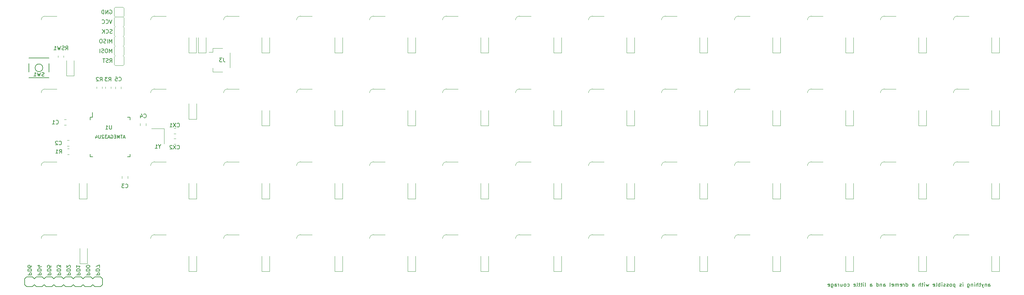
<source format=gbr>
%TF.GenerationSoftware,KiCad,Pcbnew,7.0.1-0*%
%TF.CreationDate,2023-08-02T22:09:24-05:00*%
%TF.ProjectId,pcb,7063622e-6b69-4636-9164-5f7063625858,rev?*%
%TF.SameCoordinates,Original*%
%TF.FileFunction,Legend,Bot*%
%TF.FilePolarity,Positive*%
%FSLAX46Y46*%
G04 Gerber Fmt 4.6, Leading zero omitted, Abs format (unit mm)*
G04 Created by KiCad (PCBNEW 7.0.1-0) date 2023-08-02 22:09:24*
%MOMM*%
%LPD*%
G01*
G04 APERTURE LIST*
%ADD10C,0.150000*%
%ADD11C,0.120000*%
G04 APERTURE END LIST*
D10*
X275864289Y-94837619D02*
X275864289Y-94313809D01*
X275864289Y-94313809D02*
X275911908Y-94218571D01*
X275911908Y-94218571D02*
X276007146Y-94170952D01*
X276007146Y-94170952D02*
X276197622Y-94170952D01*
X276197622Y-94170952D02*
X276292860Y-94218571D01*
X275864289Y-94790000D02*
X275959527Y-94837619D01*
X275959527Y-94837619D02*
X276197622Y-94837619D01*
X276197622Y-94837619D02*
X276292860Y-94790000D01*
X276292860Y-94790000D02*
X276340479Y-94694761D01*
X276340479Y-94694761D02*
X276340479Y-94599523D01*
X276340479Y-94599523D02*
X276292860Y-94504285D01*
X276292860Y-94504285D02*
X276197622Y-94456666D01*
X276197622Y-94456666D02*
X275959527Y-94456666D01*
X275959527Y-94456666D02*
X275864289Y-94409047D01*
X275388098Y-94170952D02*
X275388098Y-94837619D01*
X275388098Y-94266190D02*
X275340479Y-94218571D01*
X275340479Y-94218571D02*
X275245241Y-94170952D01*
X275245241Y-94170952D02*
X275102384Y-94170952D01*
X275102384Y-94170952D02*
X275007146Y-94218571D01*
X275007146Y-94218571D02*
X274959527Y-94313809D01*
X274959527Y-94313809D02*
X274959527Y-94837619D01*
X274578574Y-94170952D02*
X274340479Y-94837619D01*
X274102384Y-94170952D02*
X274340479Y-94837619D01*
X274340479Y-94837619D02*
X274435717Y-95075714D01*
X274435717Y-95075714D02*
X274483336Y-95123333D01*
X274483336Y-95123333D02*
X274578574Y-95170952D01*
X273864288Y-94170952D02*
X273483336Y-94170952D01*
X273721431Y-93837619D02*
X273721431Y-94694761D01*
X273721431Y-94694761D02*
X273673812Y-94790000D01*
X273673812Y-94790000D02*
X273578574Y-94837619D01*
X273578574Y-94837619D02*
X273483336Y-94837619D01*
X273150002Y-94837619D02*
X273150002Y-93837619D01*
X272721431Y-94837619D02*
X272721431Y-94313809D01*
X272721431Y-94313809D02*
X272769050Y-94218571D01*
X272769050Y-94218571D02*
X272864288Y-94170952D01*
X272864288Y-94170952D02*
X273007145Y-94170952D01*
X273007145Y-94170952D02*
X273102383Y-94218571D01*
X273102383Y-94218571D02*
X273150002Y-94266190D01*
X272245240Y-94837619D02*
X272245240Y-94170952D01*
X272245240Y-93837619D02*
X272292859Y-93885238D01*
X272292859Y-93885238D02*
X272245240Y-93932857D01*
X272245240Y-93932857D02*
X272197621Y-93885238D01*
X272197621Y-93885238D02*
X272245240Y-93837619D01*
X272245240Y-93837619D02*
X272245240Y-93932857D01*
X271769050Y-94170952D02*
X271769050Y-94837619D01*
X271769050Y-94266190D02*
X271721431Y-94218571D01*
X271721431Y-94218571D02*
X271626193Y-94170952D01*
X271626193Y-94170952D02*
X271483336Y-94170952D01*
X271483336Y-94170952D02*
X271388098Y-94218571D01*
X271388098Y-94218571D02*
X271340479Y-94313809D01*
X271340479Y-94313809D02*
X271340479Y-94837619D01*
X270435717Y-94170952D02*
X270435717Y-94980476D01*
X270435717Y-94980476D02*
X270483336Y-95075714D01*
X270483336Y-95075714D02*
X270530955Y-95123333D01*
X270530955Y-95123333D02*
X270626193Y-95170952D01*
X270626193Y-95170952D02*
X270769050Y-95170952D01*
X270769050Y-95170952D02*
X270864288Y-95123333D01*
X270435717Y-94790000D02*
X270530955Y-94837619D01*
X270530955Y-94837619D02*
X270721431Y-94837619D01*
X270721431Y-94837619D02*
X270816669Y-94790000D01*
X270816669Y-94790000D02*
X270864288Y-94742380D01*
X270864288Y-94742380D02*
X270911907Y-94647142D01*
X270911907Y-94647142D02*
X270911907Y-94361428D01*
X270911907Y-94361428D02*
X270864288Y-94266190D01*
X270864288Y-94266190D02*
X270816669Y-94218571D01*
X270816669Y-94218571D02*
X270721431Y-94170952D01*
X270721431Y-94170952D02*
X270530955Y-94170952D01*
X270530955Y-94170952D02*
X270435717Y-94218571D01*
X269197621Y-94837619D02*
X269197621Y-94170952D01*
X269197621Y-93837619D02*
X269245240Y-93885238D01*
X269245240Y-93885238D02*
X269197621Y-93932857D01*
X269197621Y-93932857D02*
X269150002Y-93885238D01*
X269150002Y-93885238D02*
X269197621Y-93837619D01*
X269197621Y-93837619D02*
X269197621Y-93932857D01*
X268769050Y-94790000D02*
X268673812Y-94837619D01*
X268673812Y-94837619D02*
X268483336Y-94837619D01*
X268483336Y-94837619D02*
X268388098Y-94790000D01*
X268388098Y-94790000D02*
X268340479Y-94694761D01*
X268340479Y-94694761D02*
X268340479Y-94647142D01*
X268340479Y-94647142D02*
X268388098Y-94551904D01*
X268388098Y-94551904D02*
X268483336Y-94504285D01*
X268483336Y-94504285D02*
X268626193Y-94504285D01*
X268626193Y-94504285D02*
X268721431Y-94456666D01*
X268721431Y-94456666D02*
X268769050Y-94361428D01*
X268769050Y-94361428D02*
X268769050Y-94313809D01*
X268769050Y-94313809D02*
X268721431Y-94218571D01*
X268721431Y-94218571D02*
X268626193Y-94170952D01*
X268626193Y-94170952D02*
X268483336Y-94170952D01*
X268483336Y-94170952D02*
X268388098Y-94218571D01*
X267150002Y-94170952D02*
X267150002Y-95170952D01*
X267150002Y-94218571D02*
X267054764Y-94170952D01*
X267054764Y-94170952D02*
X266864288Y-94170952D01*
X266864288Y-94170952D02*
X266769050Y-94218571D01*
X266769050Y-94218571D02*
X266721431Y-94266190D01*
X266721431Y-94266190D02*
X266673812Y-94361428D01*
X266673812Y-94361428D02*
X266673812Y-94647142D01*
X266673812Y-94647142D02*
X266721431Y-94742380D01*
X266721431Y-94742380D02*
X266769050Y-94790000D01*
X266769050Y-94790000D02*
X266864288Y-94837619D01*
X266864288Y-94837619D02*
X267054764Y-94837619D01*
X267054764Y-94837619D02*
X267150002Y-94790000D01*
X266102383Y-94837619D02*
X266197621Y-94790000D01*
X266197621Y-94790000D02*
X266245240Y-94742380D01*
X266245240Y-94742380D02*
X266292859Y-94647142D01*
X266292859Y-94647142D02*
X266292859Y-94361428D01*
X266292859Y-94361428D02*
X266245240Y-94266190D01*
X266245240Y-94266190D02*
X266197621Y-94218571D01*
X266197621Y-94218571D02*
X266102383Y-94170952D01*
X266102383Y-94170952D02*
X265959526Y-94170952D01*
X265959526Y-94170952D02*
X265864288Y-94218571D01*
X265864288Y-94218571D02*
X265816669Y-94266190D01*
X265816669Y-94266190D02*
X265769050Y-94361428D01*
X265769050Y-94361428D02*
X265769050Y-94647142D01*
X265769050Y-94647142D02*
X265816669Y-94742380D01*
X265816669Y-94742380D02*
X265864288Y-94790000D01*
X265864288Y-94790000D02*
X265959526Y-94837619D01*
X265959526Y-94837619D02*
X266102383Y-94837619D01*
X265388097Y-94790000D02*
X265292859Y-94837619D01*
X265292859Y-94837619D02*
X265102383Y-94837619D01*
X265102383Y-94837619D02*
X265007145Y-94790000D01*
X265007145Y-94790000D02*
X264959526Y-94694761D01*
X264959526Y-94694761D02*
X264959526Y-94647142D01*
X264959526Y-94647142D02*
X265007145Y-94551904D01*
X265007145Y-94551904D02*
X265102383Y-94504285D01*
X265102383Y-94504285D02*
X265245240Y-94504285D01*
X265245240Y-94504285D02*
X265340478Y-94456666D01*
X265340478Y-94456666D02*
X265388097Y-94361428D01*
X265388097Y-94361428D02*
X265388097Y-94313809D01*
X265388097Y-94313809D02*
X265340478Y-94218571D01*
X265340478Y-94218571D02*
X265245240Y-94170952D01*
X265245240Y-94170952D02*
X265102383Y-94170952D01*
X265102383Y-94170952D02*
X265007145Y-94218571D01*
X264578573Y-94790000D02*
X264483335Y-94837619D01*
X264483335Y-94837619D02*
X264292859Y-94837619D01*
X264292859Y-94837619D02*
X264197621Y-94790000D01*
X264197621Y-94790000D02*
X264150002Y-94694761D01*
X264150002Y-94694761D02*
X264150002Y-94647142D01*
X264150002Y-94647142D02*
X264197621Y-94551904D01*
X264197621Y-94551904D02*
X264292859Y-94504285D01*
X264292859Y-94504285D02*
X264435716Y-94504285D01*
X264435716Y-94504285D02*
X264530954Y-94456666D01*
X264530954Y-94456666D02*
X264578573Y-94361428D01*
X264578573Y-94361428D02*
X264578573Y-94313809D01*
X264578573Y-94313809D02*
X264530954Y-94218571D01*
X264530954Y-94218571D02*
X264435716Y-94170952D01*
X264435716Y-94170952D02*
X264292859Y-94170952D01*
X264292859Y-94170952D02*
X264197621Y-94218571D01*
X263721430Y-94837619D02*
X263721430Y-94170952D01*
X263721430Y-93837619D02*
X263769049Y-93885238D01*
X263769049Y-93885238D02*
X263721430Y-93932857D01*
X263721430Y-93932857D02*
X263673811Y-93885238D01*
X263673811Y-93885238D02*
X263721430Y-93837619D01*
X263721430Y-93837619D02*
X263721430Y-93932857D01*
X263245240Y-94837619D02*
X263245240Y-93837619D01*
X263245240Y-94218571D02*
X263150002Y-94170952D01*
X263150002Y-94170952D02*
X262959526Y-94170952D01*
X262959526Y-94170952D02*
X262864288Y-94218571D01*
X262864288Y-94218571D02*
X262816669Y-94266190D01*
X262816669Y-94266190D02*
X262769050Y-94361428D01*
X262769050Y-94361428D02*
X262769050Y-94647142D01*
X262769050Y-94647142D02*
X262816669Y-94742380D01*
X262816669Y-94742380D02*
X262864288Y-94790000D01*
X262864288Y-94790000D02*
X262959526Y-94837619D01*
X262959526Y-94837619D02*
X263150002Y-94837619D01*
X263150002Y-94837619D02*
X263245240Y-94790000D01*
X262197621Y-94837619D02*
X262292859Y-94790000D01*
X262292859Y-94790000D02*
X262340478Y-94694761D01*
X262340478Y-94694761D02*
X262340478Y-93837619D01*
X261435716Y-94790000D02*
X261530954Y-94837619D01*
X261530954Y-94837619D02*
X261721430Y-94837619D01*
X261721430Y-94837619D02*
X261816668Y-94790000D01*
X261816668Y-94790000D02*
X261864287Y-94694761D01*
X261864287Y-94694761D02*
X261864287Y-94313809D01*
X261864287Y-94313809D02*
X261816668Y-94218571D01*
X261816668Y-94218571D02*
X261721430Y-94170952D01*
X261721430Y-94170952D02*
X261530954Y-94170952D01*
X261530954Y-94170952D02*
X261435716Y-94218571D01*
X261435716Y-94218571D02*
X261388097Y-94313809D01*
X261388097Y-94313809D02*
X261388097Y-94409047D01*
X261388097Y-94409047D02*
X261864287Y-94504285D01*
X260292858Y-94170952D02*
X260102382Y-94837619D01*
X260102382Y-94837619D02*
X259911906Y-94361428D01*
X259911906Y-94361428D02*
X259721430Y-94837619D01*
X259721430Y-94837619D02*
X259530954Y-94170952D01*
X259150001Y-94837619D02*
X259150001Y-94170952D01*
X259150001Y-93837619D02*
X259197620Y-93885238D01*
X259197620Y-93885238D02*
X259150001Y-93932857D01*
X259150001Y-93932857D02*
X259102382Y-93885238D01*
X259102382Y-93885238D02*
X259150001Y-93837619D01*
X259150001Y-93837619D02*
X259150001Y-93932857D01*
X258816668Y-94170952D02*
X258435716Y-94170952D01*
X258673811Y-93837619D02*
X258673811Y-94694761D01*
X258673811Y-94694761D02*
X258626192Y-94790000D01*
X258626192Y-94790000D02*
X258530954Y-94837619D01*
X258530954Y-94837619D02*
X258435716Y-94837619D01*
X258102382Y-94837619D02*
X258102382Y-93837619D01*
X257673811Y-94837619D02*
X257673811Y-94313809D01*
X257673811Y-94313809D02*
X257721430Y-94218571D01*
X257721430Y-94218571D02*
X257816668Y-94170952D01*
X257816668Y-94170952D02*
X257959525Y-94170952D01*
X257959525Y-94170952D02*
X258054763Y-94218571D01*
X258054763Y-94218571D02*
X258102382Y-94266190D01*
X256007144Y-94837619D02*
X256007144Y-94313809D01*
X256007144Y-94313809D02*
X256054763Y-94218571D01*
X256054763Y-94218571D02*
X256150001Y-94170952D01*
X256150001Y-94170952D02*
X256340477Y-94170952D01*
X256340477Y-94170952D02*
X256435715Y-94218571D01*
X256007144Y-94790000D02*
X256102382Y-94837619D01*
X256102382Y-94837619D02*
X256340477Y-94837619D01*
X256340477Y-94837619D02*
X256435715Y-94790000D01*
X256435715Y-94790000D02*
X256483334Y-94694761D01*
X256483334Y-94694761D02*
X256483334Y-94599523D01*
X256483334Y-94599523D02*
X256435715Y-94504285D01*
X256435715Y-94504285D02*
X256340477Y-94456666D01*
X256340477Y-94456666D02*
X256102382Y-94456666D01*
X256102382Y-94456666D02*
X256007144Y-94409047D01*
X254340477Y-94837619D02*
X254340477Y-93837619D01*
X254340477Y-94790000D02*
X254435715Y-94837619D01*
X254435715Y-94837619D02*
X254626191Y-94837619D01*
X254626191Y-94837619D02*
X254721429Y-94790000D01*
X254721429Y-94790000D02*
X254769048Y-94742380D01*
X254769048Y-94742380D02*
X254816667Y-94647142D01*
X254816667Y-94647142D02*
X254816667Y-94361428D01*
X254816667Y-94361428D02*
X254769048Y-94266190D01*
X254769048Y-94266190D02*
X254721429Y-94218571D01*
X254721429Y-94218571D02*
X254626191Y-94170952D01*
X254626191Y-94170952D02*
X254435715Y-94170952D01*
X254435715Y-94170952D02*
X254340477Y-94218571D01*
X253864286Y-94837619D02*
X253864286Y-94170952D01*
X253864286Y-94361428D02*
X253816667Y-94266190D01*
X253816667Y-94266190D02*
X253769048Y-94218571D01*
X253769048Y-94218571D02*
X253673810Y-94170952D01*
X253673810Y-94170952D02*
X253578572Y-94170952D01*
X252864286Y-94790000D02*
X252959524Y-94837619D01*
X252959524Y-94837619D02*
X253150000Y-94837619D01*
X253150000Y-94837619D02*
X253245238Y-94790000D01*
X253245238Y-94790000D02*
X253292857Y-94694761D01*
X253292857Y-94694761D02*
X253292857Y-94313809D01*
X253292857Y-94313809D02*
X253245238Y-94218571D01*
X253245238Y-94218571D02*
X253150000Y-94170952D01*
X253150000Y-94170952D02*
X252959524Y-94170952D01*
X252959524Y-94170952D02*
X252864286Y-94218571D01*
X252864286Y-94218571D02*
X252816667Y-94313809D01*
X252816667Y-94313809D02*
X252816667Y-94409047D01*
X252816667Y-94409047D02*
X253292857Y-94504285D01*
X252388095Y-94837619D02*
X252388095Y-94170952D01*
X252388095Y-94266190D02*
X252340476Y-94218571D01*
X252340476Y-94218571D02*
X252245238Y-94170952D01*
X252245238Y-94170952D02*
X252102381Y-94170952D01*
X252102381Y-94170952D02*
X252007143Y-94218571D01*
X252007143Y-94218571D02*
X251959524Y-94313809D01*
X251959524Y-94313809D02*
X251959524Y-94837619D01*
X251959524Y-94313809D02*
X251911905Y-94218571D01*
X251911905Y-94218571D02*
X251816667Y-94170952D01*
X251816667Y-94170952D02*
X251673810Y-94170952D01*
X251673810Y-94170952D02*
X251578571Y-94218571D01*
X251578571Y-94218571D02*
X251530952Y-94313809D01*
X251530952Y-94313809D02*
X251530952Y-94837619D01*
X250673810Y-94790000D02*
X250769048Y-94837619D01*
X250769048Y-94837619D02*
X250959524Y-94837619D01*
X250959524Y-94837619D02*
X251054762Y-94790000D01*
X251054762Y-94790000D02*
X251102381Y-94694761D01*
X251102381Y-94694761D02*
X251102381Y-94313809D01*
X251102381Y-94313809D02*
X251054762Y-94218571D01*
X251054762Y-94218571D02*
X250959524Y-94170952D01*
X250959524Y-94170952D02*
X250769048Y-94170952D01*
X250769048Y-94170952D02*
X250673810Y-94218571D01*
X250673810Y-94218571D02*
X250626191Y-94313809D01*
X250626191Y-94313809D02*
X250626191Y-94409047D01*
X250626191Y-94409047D02*
X251102381Y-94504285D01*
X250054762Y-94837619D02*
X250150000Y-94790000D01*
X250150000Y-94790000D02*
X250197619Y-94694761D01*
X250197619Y-94694761D02*
X250197619Y-93837619D01*
X248483333Y-94837619D02*
X248483333Y-94313809D01*
X248483333Y-94313809D02*
X248530952Y-94218571D01*
X248530952Y-94218571D02*
X248626190Y-94170952D01*
X248626190Y-94170952D02*
X248816666Y-94170952D01*
X248816666Y-94170952D02*
X248911904Y-94218571D01*
X248483333Y-94790000D02*
X248578571Y-94837619D01*
X248578571Y-94837619D02*
X248816666Y-94837619D01*
X248816666Y-94837619D02*
X248911904Y-94790000D01*
X248911904Y-94790000D02*
X248959523Y-94694761D01*
X248959523Y-94694761D02*
X248959523Y-94599523D01*
X248959523Y-94599523D02*
X248911904Y-94504285D01*
X248911904Y-94504285D02*
X248816666Y-94456666D01*
X248816666Y-94456666D02*
X248578571Y-94456666D01*
X248578571Y-94456666D02*
X248483333Y-94409047D01*
X248007142Y-94170952D02*
X248007142Y-94837619D01*
X248007142Y-94266190D02*
X247959523Y-94218571D01*
X247959523Y-94218571D02*
X247864285Y-94170952D01*
X247864285Y-94170952D02*
X247721428Y-94170952D01*
X247721428Y-94170952D02*
X247626190Y-94218571D01*
X247626190Y-94218571D02*
X247578571Y-94313809D01*
X247578571Y-94313809D02*
X247578571Y-94837619D01*
X246673809Y-94837619D02*
X246673809Y-93837619D01*
X246673809Y-94790000D02*
X246769047Y-94837619D01*
X246769047Y-94837619D02*
X246959523Y-94837619D01*
X246959523Y-94837619D02*
X247054761Y-94790000D01*
X247054761Y-94790000D02*
X247102380Y-94742380D01*
X247102380Y-94742380D02*
X247149999Y-94647142D01*
X247149999Y-94647142D02*
X247149999Y-94361428D01*
X247149999Y-94361428D02*
X247102380Y-94266190D01*
X247102380Y-94266190D02*
X247054761Y-94218571D01*
X247054761Y-94218571D02*
X246959523Y-94170952D01*
X246959523Y-94170952D02*
X246769047Y-94170952D01*
X246769047Y-94170952D02*
X246673809Y-94218571D01*
X245007142Y-94837619D02*
X245007142Y-94313809D01*
X245007142Y-94313809D02*
X245054761Y-94218571D01*
X245054761Y-94218571D02*
X245149999Y-94170952D01*
X245149999Y-94170952D02*
X245340475Y-94170952D01*
X245340475Y-94170952D02*
X245435713Y-94218571D01*
X245007142Y-94790000D02*
X245102380Y-94837619D01*
X245102380Y-94837619D02*
X245340475Y-94837619D01*
X245340475Y-94837619D02*
X245435713Y-94790000D01*
X245435713Y-94790000D02*
X245483332Y-94694761D01*
X245483332Y-94694761D02*
X245483332Y-94599523D01*
X245483332Y-94599523D02*
X245435713Y-94504285D01*
X245435713Y-94504285D02*
X245340475Y-94456666D01*
X245340475Y-94456666D02*
X245102380Y-94456666D01*
X245102380Y-94456666D02*
X245007142Y-94409047D01*
X243626189Y-94837619D02*
X243721427Y-94790000D01*
X243721427Y-94790000D02*
X243769046Y-94694761D01*
X243769046Y-94694761D02*
X243769046Y-93837619D01*
X243245236Y-94837619D02*
X243245236Y-94170952D01*
X243245236Y-93837619D02*
X243292855Y-93885238D01*
X243292855Y-93885238D02*
X243245236Y-93932857D01*
X243245236Y-93932857D02*
X243197617Y-93885238D01*
X243197617Y-93885238D02*
X243245236Y-93837619D01*
X243245236Y-93837619D02*
X243245236Y-93932857D01*
X242911903Y-94170952D02*
X242530951Y-94170952D01*
X242769046Y-93837619D02*
X242769046Y-94694761D01*
X242769046Y-94694761D02*
X242721427Y-94790000D01*
X242721427Y-94790000D02*
X242626189Y-94837619D01*
X242626189Y-94837619D02*
X242530951Y-94837619D01*
X242340474Y-94170952D02*
X241959522Y-94170952D01*
X242197617Y-93837619D02*
X242197617Y-94694761D01*
X242197617Y-94694761D02*
X242149998Y-94790000D01*
X242149998Y-94790000D02*
X242054760Y-94837619D01*
X242054760Y-94837619D02*
X241959522Y-94837619D01*
X241483331Y-94837619D02*
X241578569Y-94790000D01*
X241578569Y-94790000D02*
X241626188Y-94694761D01*
X241626188Y-94694761D02*
X241626188Y-93837619D01*
X240721426Y-94790000D02*
X240816664Y-94837619D01*
X240816664Y-94837619D02*
X241007140Y-94837619D01*
X241007140Y-94837619D02*
X241102378Y-94790000D01*
X241102378Y-94790000D02*
X241149997Y-94694761D01*
X241149997Y-94694761D02*
X241149997Y-94313809D01*
X241149997Y-94313809D02*
X241102378Y-94218571D01*
X241102378Y-94218571D02*
X241007140Y-94170952D01*
X241007140Y-94170952D02*
X240816664Y-94170952D01*
X240816664Y-94170952D02*
X240721426Y-94218571D01*
X240721426Y-94218571D02*
X240673807Y-94313809D01*
X240673807Y-94313809D02*
X240673807Y-94409047D01*
X240673807Y-94409047D02*
X241149997Y-94504285D01*
X239054759Y-94790000D02*
X239149997Y-94837619D01*
X239149997Y-94837619D02*
X239340473Y-94837619D01*
X239340473Y-94837619D02*
X239435711Y-94790000D01*
X239435711Y-94790000D02*
X239483330Y-94742380D01*
X239483330Y-94742380D02*
X239530949Y-94647142D01*
X239530949Y-94647142D02*
X239530949Y-94361428D01*
X239530949Y-94361428D02*
X239483330Y-94266190D01*
X239483330Y-94266190D02*
X239435711Y-94218571D01*
X239435711Y-94218571D02*
X239340473Y-94170952D01*
X239340473Y-94170952D02*
X239149997Y-94170952D01*
X239149997Y-94170952D02*
X239054759Y-94218571D01*
X238483330Y-94837619D02*
X238578568Y-94790000D01*
X238578568Y-94790000D02*
X238626187Y-94742380D01*
X238626187Y-94742380D02*
X238673806Y-94647142D01*
X238673806Y-94647142D02*
X238673806Y-94361428D01*
X238673806Y-94361428D02*
X238626187Y-94266190D01*
X238626187Y-94266190D02*
X238578568Y-94218571D01*
X238578568Y-94218571D02*
X238483330Y-94170952D01*
X238483330Y-94170952D02*
X238340473Y-94170952D01*
X238340473Y-94170952D02*
X238245235Y-94218571D01*
X238245235Y-94218571D02*
X238197616Y-94266190D01*
X238197616Y-94266190D02*
X238149997Y-94361428D01*
X238149997Y-94361428D02*
X238149997Y-94647142D01*
X238149997Y-94647142D02*
X238197616Y-94742380D01*
X238197616Y-94742380D02*
X238245235Y-94790000D01*
X238245235Y-94790000D02*
X238340473Y-94837619D01*
X238340473Y-94837619D02*
X238483330Y-94837619D01*
X237292854Y-94170952D02*
X237292854Y-94837619D01*
X237721425Y-94170952D02*
X237721425Y-94694761D01*
X237721425Y-94694761D02*
X237673806Y-94790000D01*
X237673806Y-94790000D02*
X237578568Y-94837619D01*
X237578568Y-94837619D02*
X237435711Y-94837619D01*
X237435711Y-94837619D02*
X237340473Y-94790000D01*
X237340473Y-94790000D02*
X237292854Y-94742380D01*
X236816663Y-94837619D02*
X236816663Y-94170952D01*
X236816663Y-94361428D02*
X236769044Y-94266190D01*
X236769044Y-94266190D02*
X236721425Y-94218571D01*
X236721425Y-94218571D02*
X236626187Y-94170952D01*
X236626187Y-94170952D02*
X236530949Y-94170952D01*
X235769044Y-94837619D02*
X235769044Y-94313809D01*
X235769044Y-94313809D02*
X235816663Y-94218571D01*
X235816663Y-94218571D02*
X235911901Y-94170952D01*
X235911901Y-94170952D02*
X236102377Y-94170952D01*
X236102377Y-94170952D02*
X236197615Y-94218571D01*
X235769044Y-94790000D02*
X235864282Y-94837619D01*
X235864282Y-94837619D02*
X236102377Y-94837619D01*
X236102377Y-94837619D02*
X236197615Y-94790000D01*
X236197615Y-94790000D02*
X236245234Y-94694761D01*
X236245234Y-94694761D02*
X236245234Y-94599523D01*
X236245234Y-94599523D02*
X236197615Y-94504285D01*
X236197615Y-94504285D02*
X236102377Y-94456666D01*
X236102377Y-94456666D02*
X235864282Y-94456666D01*
X235864282Y-94456666D02*
X235769044Y-94409047D01*
X234864282Y-94170952D02*
X234864282Y-94980476D01*
X234864282Y-94980476D02*
X234911901Y-95075714D01*
X234911901Y-95075714D02*
X234959520Y-95123333D01*
X234959520Y-95123333D02*
X235054758Y-95170952D01*
X235054758Y-95170952D02*
X235197615Y-95170952D01*
X235197615Y-95170952D02*
X235292853Y-95123333D01*
X234864282Y-94790000D02*
X234959520Y-94837619D01*
X234959520Y-94837619D02*
X235149996Y-94837619D01*
X235149996Y-94837619D02*
X235245234Y-94790000D01*
X235245234Y-94790000D02*
X235292853Y-94742380D01*
X235292853Y-94742380D02*
X235340472Y-94647142D01*
X235340472Y-94647142D02*
X235340472Y-94361428D01*
X235340472Y-94361428D02*
X235292853Y-94266190D01*
X235292853Y-94266190D02*
X235245234Y-94218571D01*
X235245234Y-94218571D02*
X235149996Y-94170952D01*
X235149996Y-94170952D02*
X234959520Y-94170952D01*
X234959520Y-94170952D02*
X234864282Y-94218571D01*
X234007139Y-94790000D02*
X234102377Y-94837619D01*
X234102377Y-94837619D02*
X234292853Y-94837619D01*
X234292853Y-94837619D02*
X234388091Y-94790000D01*
X234388091Y-94790000D02*
X234435710Y-94694761D01*
X234435710Y-94694761D02*
X234435710Y-94313809D01*
X234435710Y-94313809D02*
X234388091Y-94218571D01*
X234388091Y-94218571D02*
X234292853Y-94170952D01*
X234292853Y-94170952D02*
X234102377Y-94170952D01*
X234102377Y-94170952D02*
X234007139Y-94218571D01*
X234007139Y-94218571D02*
X233959520Y-94313809D01*
X233959520Y-94313809D02*
X233959520Y-94409047D01*
X233959520Y-94409047D02*
X234435710Y-94504285D01*
%TO.C,C4*%
X55391666Y-50642380D02*
X55439285Y-50690000D01*
X55439285Y-50690000D02*
X55582142Y-50737619D01*
X55582142Y-50737619D02*
X55677380Y-50737619D01*
X55677380Y-50737619D02*
X55820237Y-50690000D01*
X55820237Y-50690000D02*
X55915475Y-50594761D01*
X55915475Y-50594761D02*
X55963094Y-50499523D01*
X55963094Y-50499523D02*
X56010713Y-50309047D01*
X56010713Y-50309047D02*
X56010713Y-50166190D01*
X56010713Y-50166190D02*
X55963094Y-49975714D01*
X55963094Y-49975714D02*
X55915475Y-49880476D01*
X55915475Y-49880476D02*
X55820237Y-49785238D01*
X55820237Y-49785238D02*
X55677380Y-49737619D01*
X55677380Y-49737619D02*
X55582142Y-49737619D01*
X55582142Y-49737619D02*
X55439285Y-49785238D01*
X55439285Y-49785238D02*
X55391666Y-49832857D01*
X54534523Y-50070952D02*
X54534523Y-50737619D01*
X54772618Y-49690000D02*
X55010713Y-50404285D01*
X55010713Y-50404285D02*
X54391666Y-50404285D01*
%TO.C,RSW1*%
X34976781Y-32987619D02*
X35310114Y-32511428D01*
X35548209Y-32987619D02*
X35548209Y-31987619D01*
X35548209Y-31987619D02*
X35167257Y-31987619D01*
X35167257Y-31987619D02*
X35072019Y-32035238D01*
X35072019Y-32035238D02*
X35024400Y-32082857D01*
X35024400Y-32082857D02*
X34976781Y-32178095D01*
X34976781Y-32178095D02*
X34976781Y-32320952D01*
X34976781Y-32320952D02*
X35024400Y-32416190D01*
X35024400Y-32416190D02*
X35072019Y-32463809D01*
X35072019Y-32463809D02*
X35167257Y-32511428D01*
X35167257Y-32511428D02*
X35548209Y-32511428D01*
X34595828Y-32940000D02*
X34452971Y-32987619D01*
X34452971Y-32987619D02*
X34214876Y-32987619D01*
X34214876Y-32987619D02*
X34119638Y-32940000D01*
X34119638Y-32940000D02*
X34072019Y-32892380D01*
X34072019Y-32892380D02*
X34024400Y-32797142D01*
X34024400Y-32797142D02*
X34024400Y-32701904D01*
X34024400Y-32701904D02*
X34072019Y-32606666D01*
X34072019Y-32606666D02*
X34119638Y-32559047D01*
X34119638Y-32559047D02*
X34214876Y-32511428D01*
X34214876Y-32511428D02*
X34405352Y-32463809D01*
X34405352Y-32463809D02*
X34500590Y-32416190D01*
X34500590Y-32416190D02*
X34548209Y-32368571D01*
X34548209Y-32368571D02*
X34595828Y-32273333D01*
X34595828Y-32273333D02*
X34595828Y-32178095D01*
X34595828Y-32178095D02*
X34548209Y-32082857D01*
X34548209Y-32082857D02*
X34500590Y-32035238D01*
X34500590Y-32035238D02*
X34405352Y-31987619D01*
X34405352Y-31987619D02*
X34167257Y-31987619D01*
X34167257Y-31987619D02*
X34024400Y-32035238D01*
X33691066Y-31987619D02*
X33452971Y-32987619D01*
X33452971Y-32987619D02*
X33262495Y-32273333D01*
X33262495Y-32273333D02*
X33072019Y-32987619D01*
X33072019Y-32987619D02*
X32833924Y-31987619D01*
X31929162Y-32987619D02*
X32500590Y-32987619D01*
X32214876Y-32987619D02*
X32214876Y-31987619D01*
X32214876Y-31987619D02*
X32310114Y-32130476D01*
X32310114Y-32130476D02*
X32405352Y-32225714D01*
X32405352Y-32225714D02*
X32500590Y-32273333D01*
%TO.C,R3*%
X46231666Y-41150119D02*
X46564999Y-40673928D01*
X46803094Y-41150119D02*
X46803094Y-40150119D01*
X46803094Y-40150119D02*
X46422142Y-40150119D01*
X46422142Y-40150119D02*
X46326904Y-40197738D01*
X46326904Y-40197738D02*
X46279285Y-40245357D01*
X46279285Y-40245357D02*
X46231666Y-40340595D01*
X46231666Y-40340595D02*
X46231666Y-40483452D01*
X46231666Y-40483452D02*
X46279285Y-40578690D01*
X46279285Y-40578690D02*
X46326904Y-40626309D01*
X46326904Y-40626309D02*
X46422142Y-40673928D01*
X46422142Y-40673928D02*
X46803094Y-40673928D01*
X45898332Y-40150119D02*
X45279285Y-40150119D01*
X45279285Y-40150119D02*
X45612618Y-40531071D01*
X45612618Y-40531071D02*
X45469761Y-40531071D01*
X45469761Y-40531071D02*
X45374523Y-40578690D01*
X45374523Y-40578690D02*
X45326904Y-40626309D01*
X45326904Y-40626309D02*
X45279285Y-40721547D01*
X45279285Y-40721547D02*
X45279285Y-40959642D01*
X45279285Y-40959642D02*
X45326904Y-41054880D01*
X45326904Y-41054880D02*
X45374523Y-41102500D01*
X45374523Y-41102500D02*
X45469761Y-41150119D01*
X45469761Y-41150119D02*
X45755475Y-41150119D01*
X45755475Y-41150119D02*
X45850713Y-41102500D01*
X45850713Y-41102500D02*
X45898332Y-41054880D01*
%TO.C,CX1*%
X64092857Y-53067380D02*
X64140476Y-53115000D01*
X64140476Y-53115000D02*
X64283333Y-53162619D01*
X64283333Y-53162619D02*
X64378571Y-53162619D01*
X64378571Y-53162619D02*
X64521428Y-53115000D01*
X64521428Y-53115000D02*
X64616666Y-53019761D01*
X64616666Y-53019761D02*
X64664285Y-52924523D01*
X64664285Y-52924523D02*
X64711904Y-52734047D01*
X64711904Y-52734047D02*
X64711904Y-52591190D01*
X64711904Y-52591190D02*
X64664285Y-52400714D01*
X64664285Y-52400714D02*
X64616666Y-52305476D01*
X64616666Y-52305476D02*
X64521428Y-52210238D01*
X64521428Y-52210238D02*
X64378571Y-52162619D01*
X64378571Y-52162619D02*
X64283333Y-52162619D01*
X64283333Y-52162619D02*
X64140476Y-52210238D01*
X64140476Y-52210238D02*
X64092857Y-52257857D01*
X63759523Y-52162619D02*
X63092857Y-53162619D01*
X63092857Y-52162619D02*
X63759523Y-53162619D01*
X62188095Y-53162619D02*
X62759523Y-53162619D01*
X62473809Y-53162619D02*
X62473809Y-52162619D01*
X62473809Y-52162619D02*
X62569047Y-52305476D01*
X62569047Y-52305476D02*
X62664285Y-52400714D01*
X62664285Y-52400714D02*
X62759523Y-52448333D01*
%TO.C,R2*%
X43941666Y-41147619D02*
X44274999Y-40671428D01*
X44513094Y-41147619D02*
X44513094Y-40147619D01*
X44513094Y-40147619D02*
X44132142Y-40147619D01*
X44132142Y-40147619D02*
X44036904Y-40195238D01*
X44036904Y-40195238D02*
X43989285Y-40242857D01*
X43989285Y-40242857D02*
X43941666Y-40338095D01*
X43941666Y-40338095D02*
X43941666Y-40480952D01*
X43941666Y-40480952D02*
X43989285Y-40576190D01*
X43989285Y-40576190D02*
X44036904Y-40623809D01*
X44036904Y-40623809D02*
X44132142Y-40671428D01*
X44132142Y-40671428D02*
X44513094Y-40671428D01*
X43560713Y-40242857D02*
X43513094Y-40195238D01*
X43513094Y-40195238D02*
X43417856Y-40147619D01*
X43417856Y-40147619D02*
X43179761Y-40147619D01*
X43179761Y-40147619D02*
X43084523Y-40195238D01*
X43084523Y-40195238D02*
X43036904Y-40242857D01*
X43036904Y-40242857D02*
X42989285Y-40338095D01*
X42989285Y-40338095D02*
X42989285Y-40433333D01*
X42989285Y-40433333D02*
X43036904Y-40576190D01*
X43036904Y-40576190D02*
X43608332Y-41147619D01*
X43608332Y-41147619D02*
X42989285Y-41147619D01*
%TO.C,C1*%
X32463328Y-52292380D02*
X32510947Y-52340000D01*
X32510947Y-52340000D02*
X32653804Y-52387619D01*
X32653804Y-52387619D02*
X32749042Y-52387619D01*
X32749042Y-52387619D02*
X32891899Y-52340000D01*
X32891899Y-52340000D02*
X32987137Y-52244761D01*
X32987137Y-52244761D02*
X33034756Y-52149523D01*
X33034756Y-52149523D02*
X33082375Y-51959047D01*
X33082375Y-51959047D02*
X33082375Y-51816190D01*
X33082375Y-51816190D02*
X33034756Y-51625714D01*
X33034756Y-51625714D02*
X32987137Y-51530476D01*
X32987137Y-51530476D02*
X32891899Y-51435238D01*
X32891899Y-51435238D02*
X32749042Y-51387619D01*
X32749042Y-51387619D02*
X32653804Y-51387619D01*
X32653804Y-51387619D02*
X32510947Y-51435238D01*
X32510947Y-51435238D02*
X32463328Y-51482857D01*
X31510947Y-52387619D02*
X32082375Y-52387619D01*
X31796661Y-52387619D02*
X31796661Y-51387619D01*
X31796661Y-51387619D02*
X31891899Y-51530476D01*
X31891899Y-51530476D02*
X31987137Y-51625714D01*
X31987137Y-51625714D02*
X32082375Y-51673333D01*
%TO.C,Y1*%
X59526190Y-58261428D02*
X59526190Y-58737619D01*
X59859523Y-57737619D02*
X59526190Y-58261428D01*
X59526190Y-58261428D02*
X59192857Y-57737619D01*
X58335714Y-58737619D02*
X58907142Y-58737619D01*
X58621428Y-58737619D02*
X58621428Y-57737619D01*
X58621428Y-57737619D02*
X58716666Y-57880476D01*
X58716666Y-57880476D02*
X58811904Y-57975714D01*
X58811904Y-57975714D02*
X58907142Y-58023333D01*
%TO.C,C2*%
X33266666Y-57742380D02*
X33314285Y-57790000D01*
X33314285Y-57790000D02*
X33457142Y-57837619D01*
X33457142Y-57837619D02*
X33552380Y-57837619D01*
X33552380Y-57837619D02*
X33695237Y-57790000D01*
X33695237Y-57790000D02*
X33790475Y-57694761D01*
X33790475Y-57694761D02*
X33838094Y-57599523D01*
X33838094Y-57599523D02*
X33885713Y-57409047D01*
X33885713Y-57409047D02*
X33885713Y-57266190D01*
X33885713Y-57266190D02*
X33838094Y-57075714D01*
X33838094Y-57075714D02*
X33790475Y-56980476D01*
X33790475Y-56980476D02*
X33695237Y-56885238D01*
X33695237Y-56885238D02*
X33552380Y-56837619D01*
X33552380Y-56837619D02*
X33457142Y-56837619D01*
X33457142Y-56837619D02*
X33314285Y-56885238D01*
X33314285Y-56885238D02*
X33266666Y-56932857D01*
X32885713Y-56932857D02*
X32838094Y-56885238D01*
X32838094Y-56885238D02*
X32742856Y-56837619D01*
X32742856Y-56837619D02*
X32504761Y-56837619D01*
X32504761Y-56837619D02*
X32409523Y-56885238D01*
X32409523Y-56885238D02*
X32361904Y-56932857D01*
X32361904Y-56932857D02*
X32314285Y-57028095D01*
X32314285Y-57028095D02*
X32314285Y-57123333D01*
X32314285Y-57123333D02*
X32361904Y-57266190D01*
X32361904Y-57266190D02*
X32933332Y-57837619D01*
X32933332Y-57837619D02*
X32314285Y-57837619D01*
%TO.C,C5*%
X48866666Y-41017380D02*
X48914285Y-41065000D01*
X48914285Y-41065000D02*
X49057142Y-41112619D01*
X49057142Y-41112619D02*
X49152380Y-41112619D01*
X49152380Y-41112619D02*
X49295237Y-41065000D01*
X49295237Y-41065000D02*
X49390475Y-40969761D01*
X49390475Y-40969761D02*
X49438094Y-40874523D01*
X49438094Y-40874523D02*
X49485713Y-40684047D01*
X49485713Y-40684047D02*
X49485713Y-40541190D01*
X49485713Y-40541190D02*
X49438094Y-40350714D01*
X49438094Y-40350714D02*
X49390475Y-40255476D01*
X49390475Y-40255476D02*
X49295237Y-40160238D01*
X49295237Y-40160238D02*
X49152380Y-40112619D01*
X49152380Y-40112619D02*
X49057142Y-40112619D01*
X49057142Y-40112619D02*
X48914285Y-40160238D01*
X48914285Y-40160238D02*
X48866666Y-40207857D01*
X47961904Y-40112619D02*
X48438094Y-40112619D01*
X48438094Y-40112619D02*
X48485713Y-40588809D01*
X48485713Y-40588809D02*
X48438094Y-40541190D01*
X48438094Y-40541190D02*
X48342856Y-40493571D01*
X48342856Y-40493571D02*
X48104761Y-40493571D01*
X48104761Y-40493571D02*
X48009523Y-40541190D01*
X48009523Y-40541190D02*
X47961904Y-40588809D01*
X47961904Y-40588809D02*
X47914285Y-40684047D01*
X47914285Y-40684047D02*
X47914285Y-40922142D01*
X47914285Y-40922142D02*
X47961904Y-41017380D01*
X47961904Y-41017380D02*
X48009523Y-41065000D01*
X48009523Y-41065000D02*
X48104761Y-41112619D01*
X48104761Y-41112619D02*
X48342856Y-41112619D01*
X48342856Y-41112619D02*
X48438094Y-41065000D01*
X48438094Y-41065000D02*
X48485713Y-41017380D01*
%TO.C,C3*%
X50616666Y-68967380D02*
X50664285Y-69015000D01*
X50664285Y-69015000D02*
X50807142Y-69062619D01*
X50807142Y-69062619D02*
X50902380Y-69062619D01*
X50902380Y-69062619D02*
X51045237Y-69015000D01*
X51045237Y-69015000D02*
X51140475Y-68919761D01*
X51140475Y-68919761D02*
X51188094Y-68824523D01*
X51188094Y-68824523D02*
X51235713Y-68634047D01*
X51235713Y-68634047D02*
X51235713Y-68491190D01*
X51235713Y-68491190D02*
X51188094Y-68300714D01*
X51188094Y-68300714D02*
X51140475Y-68205476D01*
X51140475Y-68205476D02*
X51045237Y-68110238D01*
X51045237Y-68110238D02*
X50902380Y-68062619D01*
X50902380Y-68062619D02*
X50807142Y-68062619D01*
X50807142Y-68062619D02*
X50664285Y-68110238D01*
X50664285Y-68110238D02*
X50616666Y-68157857D01*
X50283332Y-68062619D02*
X49664285Y-68062619D01*
X49664285Y-68062619D02*
X49997618Y-68443571D01*
X49997618Y-68443571D02*
X49854761Y-68443571D01*
X49854761Y-68443571D02*
X49759523Y-68491190D01*
X49759523Y-68491190D02*
X49711904Y-68538809D01*
X49711904Y-68538809D02*
X49664285Y-68634047D01*
X49664285Y-68634047D02*
X49664285Y-68872142D01*
X49664285Y-68872142D02*
X49711904Y-68967380D01*
X49711904Y-68967380D02*
X49759523Y-69015000D01*
X49759523Y-69015000D02*
X49854761Y-69062619D01*
X49854761Y-69062619D02*
X50140475Y-69062619D01*
X50140475Y-69062619D02*
X50235713Y-69015000D01*
X50235713Y-69015000D02*
X50283332Y-68967380D01*
%TO.C,J3*%
X76198333Y-35137619D02*
X76198333Y-35851904D01*
X76198333Y-35851904D02*
X76245952Y-35994761D01*
X76245952Y-35994761D02*
X76341190Y-36090000D01*
X76341190Y-36090000D02*
X76484047Y-36137619D01*
X76484047Y-36137619D02*
X76579285Y-36137619D01*
X75817380Y-35137619D02*
X75198333Y-35137619D01*
X75198333Y-35137619D02*
X75531666Y-35518571D01*
X75531666Y-35518571D02*
X75388809Y-35518571D01*
X75388809Y-35518571D02*
X75293571Y-35566190D01*
X75293571Y-35566190D02*
X75245952Y-35613809D01*
X75245952Y-35613809D02*
X75198333Y-35709047D01*
X75198333Y-35709047D02*
X75198333Y-35947142D01*
X75198333Y-35947142D02*
X75245952Y-36042380D01*
X75245952Y-36042380D02*
X75293571Y-36090000D01*
X75293571Y-36090000D02*
X75388809Y-36137619D01*
X75388809Y-36137619D02*
X75674523Y-36137619D01*
X75674523Y-36137619D02*
X75769761Y-36090000D01*
X75769761Y-36090000D02*
X75817380Y-36042380D01*
%TO.C,R1*%
X33341666Y-60037619D02*
X33674999Y-59561428D01*
X33913094Y-60037619D02*
X33913094Y-59037619D01*
X33913094Y-59037619D02*
X33532142Y-59037619D01*
X33532142Y-59037619D02*
X33436904Y-59085238D01*
X33436904Y-59085238D02*
X33389285Y-59132857D01*
X33389285Y-59132857D02*
X33341666Y-59228095D01*
X33341666Y-59228095D02*
X33341666Y-59370952D01*
X33341666Y-59370952D02*
X33389285Y-59466190D01*
X33389285Y-59466190D02*
X33436904Y-59513809D01*
X33436904Y-59513809D02*
X33532142Y-59561428D01*
X33532142Y-59561428D02*
X33913094Y-59561428D01*
X32389285Y-60037619D02*
X32960713Y-60037619D01*
X32674999Y-60037619D02*
X32674999Y-59037619D01*
X32674999Y-59037619D02*
X32770237Y-59180476D01*
X32770237Y-59180476D02*
X32865475Y-59275714D01*
X32865475Y-59275714D02*
X32960713Y-59323333D01*
%TO.C,J5*%
X40336160Y-91812904D02*
X41336160Y-91812904D01*
X41336160Y-91812904D02*
X41336160Y-91431952D01*
X41336160Y-91431952D02*
X41288541Y-91336714D01*
X41288541Y-91336714D02*
X41240922Y-91289095D01*
X41240922Y-91289095D02*
X41145684Y-91241476D01*
X41145684Y-91241476D02*
X41002827Y-91241476D01*
X41002827Y-91241476D02*
X40907589Y-91289095D01*
X40907589Y-91289095D02*
X40859970Y-91336714D01*
X40859970Y-91336714D02*
X40812351Y-91431952D01*
X40812351Y-91431952D02*
X40812351Y-91812904D01*
X40336160Y-90812904D02*
X41336160Y-90812904D01*
X41336160Y-90812904D02*
X41336160Y-90574809D01*
X41336160Y-90574809D02*
X41288541Y-90431952D01*
X41288541Y-90431952D02*
X41193303Y-90336714D01*
X41193303Y-90336714D02*
X41098065Y-90289095D01*
X41098065Y-90289095D02*
X40907589Y-90241476D01*
X40907589Y-90241476D02*
X40764732Y-90241476D01*
X40764732Y-90241476D02*
X40574256Y-90289095D01*
X40574256Y-90289095D02*
X40479018Y-90336714D01*
X40479018Y-90336714D02*
X40383780Y-90431952D01*
X40383780Y-90431952D02*
X40336160Y-90574809D01*
X40336160Y-90574809D02*
X40336160Y-90812904D01*
X41336160Y-89622428D02*
X41336160Y-89527190D01*
X41336160Y-89527190D02*
X41288541Y-89431952D01*
X41288541Y-89431952D02*
X41240922Y-89384333D01*
X41240922Y-89384333D02*
X41145684Y-89336714D01*
X41145684Y-89336714D02*
X40955208Y-89289095D01*
X40955208Y-89289095D02*
X40717113Y-89289095D01*
X40717113Y-89289095D02*
X40526637Y-89336714D01*
X40526637Y-89336714D02*
X40431399Y-89384333D01*
X40431399Y-89384333D02*
X40383780Y-89431952D01*
X40383780Y-89431952D02*
X40336160Y-89527190D01*
X40336160Y-89527190D02*
X40336160Y-89622428D01*
X40336160Y-89622428D02*
X40383780Y-89717666D01*
X40383780Y-89717666D02*
X40431399Y-89765285D01*
X40431399Y-89765285D02*
X40526637Y-89812904D01*
X40526637Y-89812904D02*
X40717113Y-89860523D01*
X40717113Y-89860523D02*
X40955208Y-89860523D01*
X40955208Y-89860523D02*
X41145684Y-89812904D01*
X41145684Y-89812904D02*
X41240922Y-89765285D01*
X41240922Y-89765285D02*
X41288541Y-89717666D01*
X41288541Y-89717666D02*
X41336160Y-89622428D01*
X37796160Y-91812904D02*
X38796160Y-91812904D01*
X38796160Y-91812904D02*
X38796160Y-91431952D01*
X38796160Y-91431952D02*
X38748541Y-91336714D01*
X38748541Y-91336714D02*
X38700922Y-91289095D01*
X38700922Y-91289095D02*
X38605684Y-91241476D01*
X38605684Y-91241476D02*
X38462827Y-91241476D01*
X38462827Y-91241476D02*
X38367589Y-91289095D01*
X38367589Y-91289095D02*
X38319970Y-91336714D01*
X38319970Y-91336714D02*
X38272351Y-91431952D01*
X38272351Y-91431952D02*
X38272351Y-91812904D01*
X37796160Y-90812904D02*
X38796160Y-90812904D01*
X38796160Y-90812904D02*
X38796160Y-90574809D01*
X38796160Y-90574809D02*
X38748541Y-90431952D01*
X38748541Y-90431952D02*
X38653303Y-90336714D01*
X38653303Y-90336714D02*
X38558065Y-90289095D01*
X38558065Y-90289095D02*
X38367589Y-90241476D01*
X38367589Y-90241476D02*
X38224732Y-90241476D01*
X38224732Y-90241476D02*
X38034256Y-90289095D01*
X38034256Y-90289095D02*
X37939018Y-90336714D01*
X37939018Y-90336714D02*
X37843780Y-90431952D01*
X37843780Y-90431952D02*
X37796160Y-90574809D01*
X37796160Y-90574809D02*
X37796160Y-90812904D01*
X37796160Y-89289095D02*
X37796160Y-89860523D01*
X37796160Y-89574809D02*
X38796160Y-89574809D01*
X38796160Y-89574809D02*
X38653303Y-89670047D01*
X38653303Y-89670047D02*
X38558065Y-89765285D01*
X38558065Y-89765285D02*
X38510446Y-89860523D01*
X42876160Y-91812904D02*
X43876160Y-91812904D01*
X43876160Y-91812904D02*
X43876160Y-91431952D01*
X43876160Y-91431952D02*
X43828541Y-91336714D01*
X43828541Y-91336714D02*
X43780922Y-91289095D01*
X43780922Y-91289095D02*
X43685684Y-91241476D01*
X43685684Y-91241476D02*
X43542827Y-91241476D01*
X43542827Y-91241476D02*
X43447589Y-91289095D01*
X43447589Y-91289095D02*
X43399970Y-91336714D01*
X43399970Y-91336714D02*
X43352351Y-91431952D01*
X43352351Y-91431952D02*
X43352351Y-91812904D01*
X42876160Y-90812904D02*
X43876160Y-90812904D01*
X43876160Y-90812904D02*
X43876160Y-90574809D01*
X43876160Y-90574809D02*
X43828541Y-90431952D01*
X43828541Y-90431952D02*
X43733303Y-90336714D01*
X43733303Y-90336714D02*
X43638065Y-90289095D01*
X43638065Y-90289095D02*
X43447589Y-90241476D01*
X43447589Y-90241476D02*
X43304732Y-90241476D01*
X43304732Y-90241476D02*
X43114256Y-90289095D01*
X43114256Y-90289095D02*
X43019018Y-90336714D01*
X43019018Y-90336714D02*
X42923780Y-90431952D01*
X42923780Y-90431952D02*
X42876160Y-90574809D01*
X42876160Y-90574809D02*
X42876160Y-90812904D01*
X43876160Y-89908142D02*
X43876160Y-89241476D01*
X43876160Y-89241476D02*
X42876160Y-89670047D01*
X32716160Y-91812904D02*
X33716160Y-91812904D01*
X33716160Y-91812904D02*
X33716160Y-91431952D01*
X33716160Y-91431952D02*
X33668541Y-91336714D01*
X33668541Y-91336714D02*
X33620922Y-91289095D01*
X33620922Y-91289095D02*
X33525684Y-91241476D01*
X33525684Y-91241476D02*
X33382827Y-91241476D01*
X33382827Y-91241476D02*
X33287589Y-91289095D01*
X33287589Y-91289095D02*
X33239970Y-91336714D01*
X33239970Y-91336714D02*
X33192351Y-91431952D01*
X33192351Y-91431952D02*
X33192351Y-91812904D01*
X32716160Y-90812904D02*
X33716160Y-90812904D01*
X33716160Y-90812904D02*
X33716160Y-90574809D01*
X33716160Y-90574809D02*
X33668541Y-90431952D01*
X33668541Y-90431952D02*
X33573303Y-90336714D01*
X33573303Y-90336714D02*
X33478065Y-90289095D01*
X33478065Y-90289095D02*
X33287589Y-90241476D01*
X33287589Y-90241476D02*
X33144732Y-90241476D01*
X33144732Y-90241476D02*
X32954256Y-90289095D01*
X32954256Y-90289095D02*
X32859018Y-90336714D01*
X32859018Y-90336714D02*
X32763780Y-90431952D01*
X32763780Y-90431952D02*
X32716160Y-90574809D01*
X32716160Y-90574809D02*
X32716160Y-90812904D01*
X33716160Y-89908142D02*
X33716160Y-89289095D01*
X33716160Y-89289095D02*
X33335208Y-89622428D01*
X33335208Y-89622428D02*
X33335208Y-89479571D01*
X33335208Y-89479571D02*
X33287589Y-89384333D01*
X33287589Y-89384333D02*
X33239970Y-89336714D01*
X33239970Y-89336714D02*
X33144732Y-89289095D01*
X33144732Y-89289095D02*
X32906637Y-89289095D01*
X32906637Y-89289095D02*
X32811399Y-89336714D01*
X32811399Y-89336714D02*
X32763780Y-89384333D01*
X32763780Y-89384333D02*
X32716160Y-89479571D01*
X32716160Y-89479571D02*
X32716160Y-89765285D01*
X32716160Y-89765285D02*
X32763780Y-89860523D01*
X32763780Y-89860523D02*
X32811399Y-89908142D01*
X30176160Y-91812904D02*
X31176160Y-91812904D01*
X31176160Y-91812904D02*
X31176160Y-91431952D01*
X31176160Y-91431952D02*
X31128541Y-91336714D01*
X31128541Y-91336714D02*
X31080922Y-91289095D01*
X31080922Y-91289095D02*
X30985684Y-91241476D01*
X30985684Y-91241476D02*
X30842827Y-91241476D01*
X30842827Y-91241476D02*
X30747589Y-91289095D01*
X30747589Y-91289095D02*
X30699970Y-91336714D01*
X30699970Y-91336714D02*
X30652351Y-91431952D01*
X30652351Y-91431952D02*
X30652351Y-91812904D01*
X30176160Y-90812904D02*
X31176160Y-90812904D01*
X31176160Y-90812904D02*
X31176160Y-90574809D01*
X31176160Y-90574809D02*
X31128541Y-90431952D01*
X31128541Y-90431952D02*
X31033303Y-90336714D01*
X31033303Y-90336714D02*
X30938065Y-90289095D01*
X30938065Y-90289095D02*
X30747589Y-90241476D01*
X30747589Y-90241476D02*
X30604732Y-90241476D01*
X30604732Y-90241476D02*
X30414256Y-90289095D01*
X30414256Y-90289095D02*
X30319018Y-90336714D01*
X30319018Y-90336714D02*
X30223780Y-90431952D01*
X30223780Y-90431952D02*
X30176160Y-90574809D01*
X30176160Y-90574809D02*
X30176160Y-90812904D01*
X31176160Y-89336714D02*
X31176160Y-89812904D01*
X31176160Y-89812904D02*
X30699970Y-89860523D01*
X30699970Y-89860523D02*
X30747589Y-89812904D01*
X30747589Y-89812904D02*
X30795208Y-89717666D01*
X30795208Y-89717666D02*
X30795208Y-89479571D01*
X30795208Y-89479571D02*
X30747589Y-89384333D01*
X30747589Y-89384333D02*
X30699970Y-89336714D01*
X30699970Y-89336714D02*
X30604732Y-89289095D01*
X30604732Y-89289095D02*
X30366637Y-89289095D01*
X30366637Y-89289095D02*
X30271399Y-89336714D01*
X30271399Y-89336714D02*
X30223780Y-89384333D01*
X30223780Y-89384333D02*
X30176160Y-89479571D01*
X30176160Y-89479571D02*
X30176160Y-89717666D01*
X30176160Y-89717666D02*
X30223780Y-89812904D01*
X30223780Y-89812904D02*
X30271399Y-89860523D01*
X27636160Y-91812904D02*
X28636160Y-91812904D01*
X28636160Y-91812904D02*
X28636160Y-91431952D01*
X28636160Y-91431952D02*
X28588541Y-91336714D01*
X28588541Y-91336714D02*
X28540922Y-91289095D01*
X28540922Y-91289095D02*
X28445684Y-91241476D01*
X28445684Y-91241476D02*
X28302827Y-91241476D01*
X28302827Y-91241476D02*
X28207589Y-91289095D01*
X28207589Y-91289095D02*
X28159970Y-91336714D01*
X28159970Y-91336714D02*
X28112351Y-91431952D01*
X28112351Y-91431952D02*
X28112351Y-91812904D01*
X27636160Y-90812904D02*
X28636160Y-90812904D01*
X28636160Y-90812904D02*
X28636160Y-90574809D01*
X28636160Y-90574809D02*
X28588541Y-90431952D01*
X28588541Y-90431952D02*
X28493303Y-90336714D01*
X28493303Y-90336714D02*
X28398065Y-90289095D01*
X28398065Y-90289095D02*
X28207589Y-90241476D01*
X28207589Y-90241476D02*
X28064732Y-90241476D01*
X28064732Y-90241476D02*
X27874256Y-90289095D01*
X27874256Y-90289095D02*
X27779018Y-90336714D01*
X27779018Y-90336714D02*
X27683780Y-90431952D01*
X27683780Y-90431952D02*
X27636160Y-90574809D01*
X27636160Y-90574809D02*
X27636160Y-90812904D01*
X28302827Y-89384333D02*
X27636160Y-89384333D01*
X28683780Y-89622428D02*
X27969494Y-89860523D01*
X27969494Y-89860523D02*
X27969494Y-89241476D01*
X35256160Y-91812904D02*
X36256160Y-91812904D01*
X36256160Y-91812904D02*
X36256160Y-91431952D01*
X36256160Y-91431952D02*
X36208541Y-91336714D01*
X36208541Y-91336714D02*
X36160922Y-91289095D01*
X36160922Y-91289095D02*
X36065684Y-91241476D01*
X36065684Y-91241476D02*
X35922827Y-91241476D01*
X35922827Y-91241476D02*
X35827589Y-91289095D01*
X35827589Y-91289095D02*
X35779970Y-91336714D01*
X35779970Y-91336714D02*
X35732351Y-91431952D01*
X35732351Y-91431952D02*
X35732351Y-91812904D01*
X35256160Y-90812904D02*
X36256160Y-90812904D01*
X36256160Y-90812904D02*
X36256160Y-90574809D01*
X36256160Y-90574809D02*
X36208541Y-90431952D01*
X36208541Y-90431952D02*
X36113303Y-90336714D01*
X36113303Y-90336714D02*
X36018065Y-90289095D01*
X36018065Y-90289095D02*
X35827589Y-90241476D01*
X35827589Y-90241476D02*
X35684732Y-90241476D01*
X35684732Y-90241476D02*
X35494256Y-90289095D01*
X35494256Y-90289095D02*
X35399018Y-90336714D01*
X35399018Y-90336714D02*
X35303780Y-90431952D01*
X35303780Y-90431952D02*
X35256160Y-90574809D01*
X35256160Y-90574809D02*
X35256160Y-90812904D01*
X36160922Y-89860523D02*
X36208541Y-89812904D01*
X36208541Y-89812904D02*
X36256160Y-89717666D01*
X36256160Y-89717666D02*
X36256160Y-89479571D01*
X36256160Y-89479571D02*
X36208541Y-89384333D01*
X36208541Y-89384333D02*
X36160922Y-89336714D01*
X36160922Y-89336714D02*
X36065684Y-89289095D01*
X36065684Y-89289095D02*
X35970446Y-89289095D01*
X35970446Y-89289095D02*
X35827589Y-89336714D01*
X35827589Y-89336714D02*
X35256160Y-89908142D01*
X35256160Y-89908142D02*
X35256160Y-89289095D01*
X25096160Y-91812904D02*
X26096160Y-91812904D01*
X26096160Y-91812904D02*
X26096160Y-91431952D01*
X26096160Y-91431952D02*
X26048541Y-91336714D01*
X26048541Y-91336714D02*
X26000922Y-91289095D01*
X26000922Y-91289095D02*
X25905684Y-91241476D01*
X25905684Y-91241476D02*
X25762827Y-91241476D01*
X25762827Y-91241476D02*
X25667589Y-91289095D01*
X25667589Y-91289095D02*
X25619970Y-91336714D01*
X25619970Y-91336714D02*
X25572351Y-91431952D01*
X25572351Y-91431952D02*
X25572351Y-91812904D01*
X25096160Y-90812904D02*
X26096160Y-90812904D01*
X26096160Y-90812904D02*
X26096160Y-90574809D01*
X26096160Y-90574809D02*
X26048541Y-90431952D01*
X26048541Y-90431952D02*
X25953303Y-90336714D01*
X25953303Y-90336714D02*
X25858065Y-90289095D01*
X25858065Y-90289095D02*
X25667589Y-90241476D01*
X25667589Y-90241476D02*
X25524732Y-90241476D01*
X25524732Y-90241476D02*
X25334256Y-90289095D01*
X25334256Y-90289095D02*
X25239018Y-90336714D01*
X25239018Y-90336714D02*
X25143780Y-90431952D01*
X25143780Y-90431952D02*
X25096160Y-90574809D01*
X25096160Y-90574809D02*
X25096160Y-90812904D01*
X26096160Y-89384333D02*
X26096160Y-89574809D01*
X26096160Y-89574809D02*
X26048541Y-89670047D01*
X26048541Y-89670047D02*
X26000922Y-89717666D01*
X26000922Y-89717666D02*
X25858065Y-89812904D01*
X25858065Y-89812904D02*
X25667589Y-89860523D01*
X25667589Y-89860523D02*
X25286637Y-89860523D01*
X25286637Y-89860523D02*
X25191399Y-89812904D01*
X25191399Y-89812904D02*
X25143780Y-89765285D01*
X25143780Y-89765285D02*
X25096160Y-89670047D01*
X25096160Y-89670047D02*
X25096160Y-89479571D01*
X25096160Y-89479571D02*
X25143780Y-89384333D01*
X25143780Y-89384333D02*
X25191399Y-89336714D01*
X25191399Y-89336714D02*
X25286637Y-89289095D01*
X25286637Y-89289095D02*
X25524732Y-89289095D01*
X25524732Y-89289095D02*
X25619970Y-89336714D01*
X25619970Y-89336714D02*
X25667589Y-89384333D01*
X25667589Y-89384333D02*
X25715208Y-89479571D01*
X25715208Y-89479571D02*
X25715208Y-89670047D01*
X25715208Y-89670047D02*
X25667589Y-89765285D01*
X25667589Y-89765285D02*
X25619970Y-89812904D01*
X25619970Y-89812904D02*
X25524732Y-89860523D01*
%TO.C,CX2*%
X64092857Y-58842380D02*
X64140476Y-58890000D01*
X64140476Y-58890000D02*
X64283333Y-58937619D01*
X64283333Y-58937619D02*
X64378571Y-58937619D01*
X64378571Y-58937619D02*
X64521428Y-58890000D01*
X64521428Y-58890000D02*
X64616666Y-58794761D01*
X64616666Y-58794761D02*
X64664285Y-58699523D01*
X64664285Y-58699523D02*
X64711904Y-58509047D01*
X64711904Y-58509047D02*
X64711904Y-58366190D01*
X64711904Y-58366190D02*
X64664285Y-58175714D01*
X64664285Y-58175714D02*
X64616666Y-58080476D01*
X64616666Y-58080476D02*
X64521428Y-57985238D01*
X64521428Y-57985238D02*
X64378571Y-57937619D01*
X64378571Y-57937619D02*
X64283333Y-57937619D01*
X64283333Y-57937619D02*
X64140476Y-57985238D01*
X64140476Y-57985238D02*
X64092857Y-58032857D01*
X63759523Y-57937619D02*
X63092857Y-58937619D01*
X63092857Y-57937619D02*
X63759523Y-58937619D01*
X62759523Y-58032857D02*
X62711904Y-57985238D01*
X62711904Y-57985238D02*
X62616666Y-57937619D01*
X62616666Y-57937619D02*
X62378571Y-57937619D01*
X62378571Y-57937619D02*
X62283333Y-57985238D01*
X62283333Y-57985238D02*
X62235714Y-58032857D01*
X62235714Y-58032857D02*
X62188095Y-58128095D01*
X62188095Y-58128095D02*
X62188095Y-58223333D01*
X62188095Y-58223333D02*
X62235714Y-58366190D01*
X62235714Y-58366190D02*
X62807142Y-58937619D01*
X62807142Y-58937619D02*
X62188095Y-58937619D01*
%TO.C,U1*%
X46986904Y-52737619D02*
X46986904Y-53547142D01*
X46986904Y-53547142D02*
X46939285Y-53642380D01*
X46939285Y-53642380D02*
X46891666Y-53690000D01*
X46891666Y-53690000D02*
X46796428Y-53737619D01*
X46796428Y-53737619D02*
X46605952Y-53737619D01*
X46605952Y-53737619D02*
X46510714Y-53690000D01*
X46510714Y-53690000D02*
X46463095Y-53642380D01*
X46463095Y-53642380D02*
X46415476Y-53547142D01*
X46415476Y-53547142D02*
X46415476Y-52737619D01*
X45415476Y-53737619D02*
X45986904Y-53737619D01*
X45701190Y-53737619D02*
X45701190Y-52737619D01*
X45701190Y-52737619D02*
X45796428Y-52880476D01*
X45796428Y-52880476D02*
X45891666Y-52975714D01*
X45891666Y-52975714D02*
X45986904Y-53023333D01*
X50445238Y-55900370D02*
X50040476Y-55900370D01*
X50526190Y-56143227D02*
X50242857Y-55293227D01*
X50242857Y-55293227D02*
X49959523Y-56143227D01*
X49797619Y-55293227D02*
X49311905Y-55293227D01*
X49554762Y-56143227D02*
X49554762Y-55293227D01*
X49028572Y-56143227D02*
X49028572Y-55293227D01*
X49028572Y-55293227D02*
X48745238Y-55900370D01*
X48745238Y-55900370D02*
X48461905Y-55293227D01*
X48461905Y-55293227D02*
X48461905Y-56143227D01*
X48057143Y-55697989D02*
X47773809Y-55697989D01*
X47652381Y-56143227D02*
X48057143Y-56143227D01*
X48057143Y-56143227D02*
X48057143Y-55293227D01*
X48057143Y-55293227D02*
X47652381Y-55293227D01*
X46842856Y-55333703D02*
X46923809Y-55293227D01*
X46923809Y-55293227D02*
X47045237Y-55293227D01*
X47045237Y-55293227D02*
X47166666Y-55333703D01*
X47166666Y-55333703D02*
X47247618Y-55414655D01*
X47247618Y-55414655D02*
X47288095Y-55495608D01*
X47288095Y-55495608D02*
X47328571Y-55657512D01*
X47328571Y-55657512D02*
X47328571Y-55778941D01*
X47328571Y-55778941D02*
X47288095Y-55940846D01*
X47288095Y-55940846D02*
X47247618Y-56021798D01*
X47247618Y-56021798D02*
X47166666Y-56102751D01*
X47166666Y-56102751D02*
X47045237Y-56143227D01*
X47045237Y-56143227D02*
X46964285Y-56143227D01*
X46964285Y-56143227D02*
X46842856Y-56102751D01*
X46842856Y-56102751D02*
X46802380Y-56062274D01*
X46802380Y-56062274D02*
X46802380Y-55778941D01*
X46802380Y-55778941D02*
X46964285Y-55778941D01*
X46478571Y-55900370D02*
X46073809Y-55900370D01*
X46559523Y-56143227D02*
X46276190Y-55293227D01*
X46276190Y-55293227D02*
X45992856Y-56143227D01*
X45790476Y-55293227D02*
X45264285Y-55293227D01*
X45264285Y-55293227D02*
X45547619Y-55617036D01*
X45547619Y-55617036D02*
X45426190Y-55617036D01*
X45426190Y-55617036D02*
X45345238Y-55657512D01*
X45345238Y-55657512D02*
X45304762Y-55697989D01*
X45304762Y-55697989D02*
X45264285Y-55778941D01*
X45264285Y-55778941D02*
X45264285Y-55981322D01*
X45264285Y-55981322D02*
X45304762Y-56062274D01*
X45304762Y-56062274D02*
X45345238Y-56102751D01*
X45345238Y-56102751D02*
X45426190Y-56143227D01*
X45426190Y-56143227D02*
X45669047Y-56143227D01*
X45669047Y-56143227D02*
X45750000Y-56102751D01*
X45750000Y-56102751D02*
X45790476Y-56062274D01*
X44940476Y-55374179D02*
X44900000Y-55333703D01*
X44900000Y-55333703D02*
X44819047Y-55293227D01*
X44819047Y-55293227D02*
X44616666Y-55293227D01*
X44616666Y-55293227D02*
X44535714Y-55333703D01*
X44535714Y-55333703D02*
X44495238Y-55374179D01*
X44495238Y-55374179D02*
X44454761Y-55455131D01*
X44454761Y-55455131D02*
X44454761Y-55536084D01*
X44454761Y-55536084D02*
X44495238Y-55657512D01*
X44495238Y-55657512D02*
X44980952Y-56143227D01*
X44980952Y-56143227D02*
X44454761Y-56143227D01*
X44090476Y-55293227D02*
X44090476Y-55981322D01*
X44090476Y-55981322D02*
X44049999Y-56062274D01*
X44049999Y-56062274D02*
X44009523Y-56102751D01*
X44009523Y-56102751D02*
X43928571Y-56143227D01*
X43928571Y-56143227D02*
X43766666Y-56143227D01*
X43766666Y-56143227D02*
X43685714Y-56102751D01*
X43685714Y-56102751D02*
X43645237Y-56062274D01*
X43645237Y-56062274D02*
X43604761Y-55981322D01*
X43604761Y-55981322D02*
X43604761Y-55293227D01*
X42835714Y-55576560D02*
X42835714Y-56143227D01*
X43038095Y-55252751D02*
X43240476Y-55859893D01*
X43240476Y-55859893D02*
X42714285Y-55859893D01*
%TO.C,J2*%
X47109523Y-28595000D02*
X46966666Y-28642619D01*
X46966666Y-28642619D02*
X46728571Y-28642619D01*
X46728571Y-28642619D02*
X46633333Y-28595000D01*
X46633333Y-28595000D02*
X46585714Y-28547380D01*
X46585714Y-28547380D02*
X46538095Y-28452142D01*
X46538095Y-28452142D02*
X46538095Y-28356904D01*
X46538095Y-28356904D02*
X46585714Y-28261666D01*
X46585714Y-28261666D02*
X46633333Y-28214047D01*
X46633333Y-28214047D02*
X46728571Y-28166428D01*
X46728571Y-28166428D02*
X46919047Y-28118809D01*
X46919047Y-28118809D02*
X47014285Y-28071190D01*
X47014285Y-28071190D02*
X47061904Y-28023571D01*
X47061904Y-28023571D02*
X47109523Y-27928333D01*
X47109523Y-27928333D02*
X47109523Y-27833095D01*
X47109523Y-27833095D02*
X47061904Y-27737857D01*
X47061904Y-27737857D02*
X47014285Y-27690238D01*
X47014285Y-27690238D02*
X46919047Y-27642619D01*
X46919047Y-27642619D02*
X46680952Y-27642619D01*
X46680952Y-27642619D02*
X46538095Y-27690238D01*
X45538095Y-28547380D02*
X45585714Y-28595000D01*
X45585714Y-28595000D02*
X45728571Y-28642619D01*
X45728571Y-28642619D02*
X45823809Y-28642619D01*
X45823809Y-28642619D02*
X45966666Y-28595000D01*
X45966666Y-28595000D02*
X46061904Y-28499761D01*
X46061904Y-28499761D02*
X46109523Y-28404523D01*
X46109523Y-28404523D02*
X46157142Y-28214047D01*
X46157142Y-28214047D02*
X46157142Y-28071190D01*
X46157142Y-28071190D02*
X46109523Y-27880714D01*
X46109523Y-27880714D02*
X46061904Y-27785476D01*
X46061904Y-27785476D02*
X45966666Y-27690238D01*
X45966666Y-27690238D02*
X45823809Y-27642619D01*
X45823809Y-27642619D02*
X45728571Y-27642619D01*
X45728571Y-27642619D02*
X45585714Y-27690238D01*
X45585714Y-27690238D02*
X45538095Y-27737857D01*
X45109523Y-28642619D02*
X45109523Y-27642619D01*
X44538095Y-28642619D02*
X44966666Y-28071190D01*
X44538095Y-27642619D02*
X45109523Y-28214047D01*
X47074761Y-25102619D02*
X46741428Y-26102619D01*
X46741428Y-26102619D02*
X46408095Y-25102619D01*
X45503333Y-26007380D02*
X45550952Y-26055000D01*
X45550952Y-26055000D02*
X45693809Y-26102619D01*
X45693809Y-26102619D02*
X45789047Y-26102619D01*
X45789047Y-26102619D02*
X45931904Y-26055000D01*
X45931904Y-26055000D02*
X46027142Y-25959761D01*
X46027142Y-25959761D02*
X46074761Y-25864523D01*
X46074761Y-25864523D02*
X46122380Y-25674047D01*
X46122380Y-25674047D02*
X46122380Y-25531190D01*
X46122380Y-25531190D02*
X46074761Y-25340714D01*
X46074761Y-25340714D02*
X46027142Y-25245476D01*
X46027142Y-25245476D02*
X45931904Y-25150238D01*
X45931904Y-25150238D02*
X45789047Y-25102619D01*
X45789047Y-25102619D02*
X45693809Y-25102619D01*
X45693809Y-25102619D02*
X45550952Y-25150238D01*
X45550952Y-25150238D02*
X45503333Y-25197857D01*
X44503333Y-26007380D02*
X44550952Y-26055000D01*
X44550952Y-26055000D02*
X44693809Y-26102619D01*
X44693809Y-26102619D02*
X44789047Y-26102619D01*
X44789047Y-26102619D02*
X44931904Y-26055000D01*
X44931904Y-26055000D02*
X45027142Y-25959761D01*
X45027142Y-25959761D02*
X45074761Y-25864523D01*
X45074761Y-25864523D02*
X45122380Y-25674047D01*
X45122380Y-25674047D02*
X45122380Y-25531190D01*
X45122380Y-25531190D02*
X45074761Y-25340714D01*
X45074761Y-25340714D02*
X45027142Y-25245476D01*
X45027142Y-25245476D02*
X44931904Y-25150238D01*
X44931904Y-25150238D02*
X44789047Y-25102619D01*
X44789047Y-25102619D02*
X44693809Y-25102619D01*
X44693809Y-25102619D02*
X44550952Y-25150238D01*
X44550952Y-25150238D02*
X44503333Y-25197857D01*
X46490476Y-36262619D02*
X46823809Y-35786428D01*
X47061904Y-36262619D02*
X47061904Y-35262619D01*
X47061904Y-35262619D02*
X46680952Y-35262619D01*
X46680952Y-35262619D02*
X46585714Y-35310238D01*
X46585714Y-35310238D02*
X46538095Y-35357857D01*
X46538095Y-35357857D02*
X46490476Y-35453095D01*
X46490476Y-35453095D02*
X46490476Y-35595952D01*
X46490476Y-35595952D02*
X46538095Y-35691190D01*
X46538095Y-35691190D02*
X46585714Y-35738809D01*
X46585714Y-35738809D02*
X46680952Y-35786428D01*
X46680952Y-35786428D02*
X47061904Y-35786428D01*
X46109523Y-36215000D02*
X45966666Y-36262619D01*
X45966666Y-36262619D02*
X45728571Y-36262619D01*
X45728571Y-36262619D02*
X45633333Y-36215000D01*
X45633333Y-36215000D02*
X45585714Y-36167380D01*
X45585714Y-36167380D02*
X45538095Y-36072142D01*
X45538095Y-36072142D02*
X45538095Y-35976904D01*
X45538095Y-35976904D02*
X45585714Y-35881666D01*
X45585714Y-35881666D02*
X45633333Y-35834047D01*
X45633333Y-35834047D02*
X45728571Y-35786428D01*
X45728571Y-35786428D02*
X45919047Y-35738809D01*
X45919047Y-35738809D02*
X46014285Y-35691190D01*
X46014285Y-35691190D02*
X46061904Y-35643571D01*
X46061904Y-35643571D02*
X46109523Y-35548333D01*
X46109523Y-35548333D02*
X46109523Y-35453095D01*
X46109523Y-35453095D02*
X46061904Y-35357857D01*
X46061904Y-35357857D02*
X46014285Y-35310238D01*
X46014285Y-35310238D02*
X45919047Y-35262619D01*
X45919047Y-35262619D02*
X45680952Y-35262619D01*
X45680952Y-35262619D02*
X45538095Y-35310238D01*
X45252380Y-35262619D02*
X44680952Y-35262619D01*
X44966666Y-36262619D02*
X44966666Y-35262619D01*
X47061904Y-33722619D02*
X47061904Y-32722619D01*
X47061904Y-32722619D02*
X46728571Y-33436904D01*
X46728571Y-33436904D02*
X46395238Y-32722619D01*
X46395238Y-32722619D02*
X46395238Y-33722619D01*
X45728571Y-32722619D02*
X45538095Y-32722619D01*
X45538095Y-32722619D02*
X45442857Y-32770238D01*
X45442857Y-32770238D02*
X45347619Y-32865476D01*
X45347619Y-32865476D02*
X45300000Y-33055952D01*
X45300000Y-33055952D02*
X45300000Y-33389285D01*
X45300000Y-33389285D02*
X45347619Y-33579761D01*
X45347619Y-33579761D02*
X45442857Y-33675000D01*
X45442857Y-33675000D02*
X45538095Y-33722619D01*
X45538095Y-33722619D02*
X45728571Y-33722619D01*
X45728571Y-33722619D02*
X45823809Y-33675000D01*
X45823809Y-33675000D02*
X45919047Y-33579761D01*
X45919047Y-33579761D02*
X45966666Y-33389285D01*
X45966666Y-33389285D02*
X45966666Y-33055952D01*
X45966666Y-33055952D02*
X45919047Y-32865476D01*
X45919047Y-32865476D02*
X45823809Y-32770238D01*
X45823809Y-32770238D02*
X45728571Y-32722619D01*
X44919047Y-33675000D02*
X44776190Y-33722619D01*
X44776190Y-33722619D02*
X44538095Y-33722619D01*
X44538095Y-33722619D02*
X44442857Y-33675000D01*
X44442857Y-33675000D02*
X44395238Y-33627380D01*
X44395238Y-33627380D02*
X44347619Y-33532142D01*
X44347619Y-33532142D02*
X44347619Y-33436904D01*
X44347619Y-33436904D02*
X44395238Y-33341666D01*
X44395238Y-33341666D02*
X44442857Y-33294047D01*
X44442857Y-33294047D02*
X44538095Y-33246428D01*
X44538095Y-33246428D02*
X44728571Y-33198809D01*
X44728571Y-33198809D02*
X44823809Y-33151190D01*
X44823809Y-33151190D02*
X44871428Y-33103571D01*
X44871428Y-33103571D02*
X44919047Y-33008333D01*
X44919047Y-33008333D02*
X44919047Y-32913095D01*
X44919047Y-32913095D02*
X44871428Y-32817857D01*
X44871428Y-32817857D02*
X44823809Y-32770238D01*
X44823809Y-32770238D02*
X44728571Y-32722619D01*
X44728571Y-32722619D02*
X44490476Y-32722619D01*
X44490476Y-32722619D02*
X44347619Y-32770238D01*
X43919047Y-33722619D02*
X43919047Y-32722619D01*
X46508095Y-22610238D02*
X46603333Y-22562619D01*
X46603333Y-22562619D02*
X46746190Y-22562619D01*
X46746190Y-22562619D02*
X46889047Y-22610238D01*
X46889047Y-22610238D02*
X46984285Y-22705476D01*
X46984285Y-22705476D02*
X47031904Y-22800714D01*
X47031904Y-22800714D02*
X47079523Y-22991190D01*
X47079523Y-22991190D02*
X47079523Y-23134047D01*
X47079523Y-23134047D02*
X47031904Y-23324523D01*
X47031904Y-23324523D02*
X46984285Y-23419761D01*
X46984285Y-23419761D02*
X46889047Y-23515000D01*
X46889047Y-23515000D02*
X46746190Y-23562619D01*
X46746190Y-23562619D02*
X46650952Y-23562619D01*
X46650952Y-23562619D02*
X46508095Y-23515000D01*
X46508095Y-23515000D02*
X46460476Y-23467380D01*
X46460476Y-23467380D02*
X46460476Y-23134047D01*
X46460476Y-23134047D02*
X46650952Y-23134047D01*
X46031904Y-23562619D02*
X46031904Y-22562619D01*
X46031904Y-22562619D02*
X45460476Y-23562619D01*
X45460476Y-23562619D02*
X45460476Y-22562619D01*
X44984285Y-23562619D02*
X44984285Y-22562619D01*
X44984285Y-22562619D02*
X44746190Y-22562619D01*
X44746190Y-22562619D02*
X44603333Y-22610238D01*
X44603333Y-22610238D02*
X44508095Y-22705476D01*
X44508095Y-22705476D02*
X44460476Y-22800714D01*
X44460476Y-22800714D02*
X44412857Y-22991190D01*
X44412857Y-22991190D02*
X44412857Y-23134047D01*
X44412857Y-23134047D02*
X44460476Y-23324523D01*
X44460476Y-23324523D02*
X44508095Y-23419761D01*
X44508095Y-23419761D02*
X44603333Y-23515000D01*
X44603333Y-23515000D02*
X44746190Y-23562619D01*
X44746190Y-23562619D02*
X44984285Y-23562619D01*
X47061904Y-31182619D02*
X47061904Y-30182619D01*
X47061904Y-30182619D02*
X46728571Y-30896904D01*
X46728571Y-30896904D02*
X46395238Y-30182619D01*
X46395238Y-30182619D02*
X46395238Y-31182619D01*
X45919047Y-31182619D02*
X45919047Y-30182619D01*
X45490476Y-31135000D02*
X45347619Y-31182619D01*
X45347619Y-31182619D02*
X45109524Y-31182619D01*
X45109524Y-31182619D02*
X45014286Y-31135000D01*
X45014286Y-31135000D02*
X44966667Y-31087380D01*
X44966667Y-31087380D02*
X44919048Y-30992142D01*
X44919048Y-30992142D02*
X44919048Y-30896904D01*
X44919048Y-30896904D02*
X44966667Y-30801666D01*
X44966667Y-30801666D02*
X45014286Y-30754047D01*
X45014286Y-30754047D02*
X45109524Y-30706428D01*
X45109524Y-30706428D02*
X45300000Y-30658809D01*
X45300000Y-30658809D02*
X45395238Y-30611190D01*
X45395238Y-30611190D02*
X45442857Y-30563571D01*
X45442857Y-30563571D02*
X45490476Y-30468333D01*
X45490476Y-30468333D02*
X45490476Y-30373095D01*
X45490476Y-30373095D02*
X45442857Y-30277857D01*
X45442857Y-30277857D02*
X45395238Y-30230238D01*
X45395238Y-30230238D02*
X45300000Y-30182619D01*
X45300000Y-30182619D02*
X45061905Y-30182619D01*
X45061905Y-30182619D02*
X44919048Y-30230238D01*
X44300000Y-30182619D02*
X44109524Y-30182619D01*
X44109524Y-30182619D02*
X44014286Y-30230238D01*
X44014286Y-30230238D02*
X43919048Y-30325476D01*
X43919048Y-30325476D02*
X43871429Y-30515952D01*
X43871429Y-30515952D02*
X43871429Y-30849285D01*
X43871429Y-30849285D02*
X43919048Y-31039761D01*
X43919048Y-31039761D02*
X44014286Y-31135000D01*
X44014286Y-31135000D02*
X44109524Y-31182619D01*
X44109524Y-31182619D02*
X44300000Y-31182619D01*
X44300000Y-31182619D02*
X44395238Y-31135000D01*
X44395238Y-31135000D02*
X44490476Y-31039761D01*
X44490476Y-31039761D02*
X44538095Y-30849285D01*
X44538095Y-30849285D02*
X44538095Y-30515952D01*
X44538095Y-30515952D02*
X44490476Y-30325476D01*
X44490476Y-30325476D02*
X44395238Y-30230238D01*
X44395238Y-30230238D02*
X44300000Y-30182619D01*
%TO.C,SW1*%
X29345828Y-39840000D02*
X29202971Y-39887619D01*
X29202971Y-39887619D02*
X28964876Y-39887619D01*
X28964876Y-39887619D02*
X28869638Y-39840000D01*
X28869638Y-39840000D02*
X28822019Y-39792380D01*
X28822019Y-39792380D02*
X28774400Y-39697142D01*
X28774400Y-39697142D02*
X28774400Y-39601904D01*
X28774400Y-39601904D02*
X28822019Y-39506666D01*
X28822019Y-39506666D02*
X28869638Y-39459047D01*
X28869638Y-39459047D02*
X28964876Y-39411428D01*
X28964876Y-39411428D02*
X29155352Y-39363809D01*
X29155352Y-39363809D02*
X29250590Y-39316190D01*
X29250590Y-39316190D02*
X29298209Y-39268571D01*
X29298209Y-39268571D02*
X29345828Y-39173333D01*
X29345828Y-39173333D02*
X29345828Y-39078095D01*
X29345828Y-39078095D02*
X29298209Y-38982857D01*
X29298209Y-38982857D02*
X29250590Y-38935238D01*
X29250590Y-38935238D02*
X29155352Y-38887619D01*
X29155352Y-38887619D02*
X28917257Y-38887619D01*
X28917257Y-38887619D02*
X28774400Y-38935238D01*
X28441066Y-38887619D02*
X28202971Y-39887619D01*
X28202971Y-39887619D02*
X28012495Y-39173333D01*
X28012495Y-39173333D02*
X27822019Y-39887619D01*
X27822019Y-39887619D02*
X27583924Y-38887619D01*
X26679162Y-39887619D02*
X27250590Y-39887619D01*
X26964876Y-39887619D02*
X26964876Y-38887619D01*
X26964876Y-38887619D02*
X27060114Y-39030476D01*
X27060114Y-39030476D02*
X27155352Y-39125714D01*
X27155352Y-39125714D02*
X27250590Y-39173333D01*
D11*
%TO.C,D7*%
X162368756Y-33785000D02*
X162368756Y-29775000D01*
X164368756Y-33785000D02*
X162368756Y-33785000D01*
X164368756Y-33785000D02*
X164368756Y-29775000D01*
%TO.C,C4*%
X55910000Y-52238748D02*
X55910000Y-52761252D01*
X54440000Y-52238748D02*
X54440000Y-52761252D01*
%TO.C,RSW1*%
X34472496Y-34522936D02*
X34472496Y-34977064D01*
X33002496Y-34522936D02*
X33002496Y-34977064D01*
%TO.C,D8*%
X181418756Y-33785000D02*
X181418756Y-29775000D01*
X183418756Y-33785000D02*
X181418756Y-33785000D01*
X183418756Y-33785000D02*
X183418756Y-29775000D01*
%TO.C,D14*%
X35187496Y-39760000D02*
X35187496Y-35750000D01*
X37187496Y-39760000D02*
X35187496Y-39760000D01*
X37187496Y-39760000D02*
X37187496Y-35750000D01*
%TO.C,MX42*%
X80271942Y-81315698D02*
X77229049Y-81315698D01*
X77229049Y-81315698D02*
G75*
G03*
X76229049Y-82315698I6J-1000006D01*
G01*
%TO.C,D35*%
X200468756Y-71910000D02*
X200468756Y-67900000D01*
X202468756Y-71910000D02*
X200468756Y-71910000D01*
X202468756Y-71910000D02*
X202468756Y-67900000D01*
%TO.C,D11*%
X238568756Y-33785000D02*
X238568756Y-29775000D01*
X240568756Y-33785000D02*
X238568756Y-33785000D01*
X240568756Y-33785000D02*
X240568756Y-29775000D01*
%TO.C,R3*%
X46810000Y-42647936D02*
X46810000Y-43102064D01*
X45340000Y-42647936D02*
X45340000Y-43102064D01*
%TO.C,MX9*%
X194572038Y-24165650D02*
X191529145Y-24165650D01*
X191529145Y-24165650D02*
G75*
G03*
X190529145Y-25165650I6J-1000006D01*
G01*
%TO.C,MX3*%
X80271942Y-24165650D02*
X77229049Y-24165650D01*
X77229049Y-24165650D02*
G75*
G03*
X76229049Y-25165650I6J-1000006D01*
G01*
%TO.C,D39*%
X276700000Y-71910000D02*
X276700000Y-67900000D01*
X278700000Y-71910000D02*
X276700000Y-71910000D01*
X278700000Y-71910000D02*
X278700000Y-67900000D01*
%TO.C,MX41*%
X61221926Y-81315698D02*
X58179033Y-81315698D01*
X58179033Y-81315698D02*
G75*
G03*
X57179033Y-82315698I6J-1000006D01*
G01*
%TO.C,MX25*%
X251722086Y-43215666D02*
X248679193Y-43215666D01*
X248679193Y-43215666D02*
G75*
G03*
X247679193Y-44215666I6J-1000006D01*
G01*
%TO.C,MX22*%
X194572038Y-43215666D02*
X191529145Y-43215666D01*
X191529145Y-43215666D02*
G75*
G03*
X190529145Y-44215666I6J-1000006D01*
G01*
%TO.C,MX49*%
X213622054Y-81315698D02*
X210579161Y-81315698D01*
X210579161Y-81315698D02*
G75*
G03*
X209579161Y-82315698I6J-1000006D01*
G01*
%TO.C,D46*%
X162368756Y-90910000D02*
X162368756Y-86900000D01*
X164368756Y-90910000D02*
X162368756Y-90910000D01*
X164368756Y-90910000D02*
X164368756Y-86900000D01*
%TO.C,D40*%
X38662496Y-88910000D02*
X38662496Y-84900000D01*
X40662496Y-88910000D02*
X38662496Y-88910000D01*
X40662496Y-88910000D02*
X40662496Y-84900000D01*
%TO.C,MX10*%
X213622054Y-24165650D02*
X210579161Y-24165650D01*
X210579161Y-24165650D02*
G75*
G03*
X209579161Y-25165650I6J-1000006D01*
G01*
%TO.C,CX1*%
X63188748Y-53465000D02*
X63711252Y-53465000D01*
X63188748Y-54935000D02*
X63711252Y-54935000D01*
%TO.C,R2*%
X43040000Y-43102064D02*
X43040000Y-42647936D01*
X44510000Y-43102064D02*
X44510000Y-42647936D01*
%TO.C,C1*%
X35098748Y-52660000D02*
X34576244Y-52660000D01*
X35098748Y-51190000D02*
X34576244Y-51190000D01*
%TO.C,D4*%
X105218756Y-33785000D02*
X105218756Y-29775000D01*
X107218756Y-33785000D02*
X105218756Y-33785000D01*
X107218756Y-33785000D02*
X107218756Y-29775000D01*
%TO.C,Y1*%
X60700000Y-53575000D02*
X60700000Y-57575000D01*
X57400000Y-53575000D02*
X60700000Y-53575000D01*
%TO.C,C2*%
X35911252Y-58110000D02*
X35388748Y-58110000D01*
X35911252Y-56640000D02*
X35388748Y-56640000D01*
%TO.C,MX19*%
X137421990Y-43215666D02*
X134379097Y-43215666D01*
X134379097Y-43215666D02*
G75*
G03*
X133379097Y-44215666I6J-1000006D01*
G01*
%TO.C,D29*%
X86168756Y-71910000D02*
X86168756Y-67900000D01*
X88168756Y-71910000D02*
X86168756Y-71910000D01*
X88168756Y-71910000D02*
X88168756Y-67900000D01*
%TO.C,MX21*%
X175522022Y-43215666D02*
X172479129Y-43215666D01*
X172479129Y-43215666D02*
G75*
G03*
X171479129Y-44215666I6J-1000006D01*
G01*
%TO.C,D24*%
X238568756Y-52835000D02*
X238568756Y-48825000D01*
X240568756Y-52835000D02*
X238568756Y-52835000D01*
X240568756Y-52835000D02*
X240568756Y-48825000D01*
%TO.C,D31*%
X124268756Y-71910000D02*
X124268756Y-67900000D01*
X126268756Y-71910000D02*
X124268756Y-71910000D01*
X126268756Y-71910000D02*
X126268756Y-67900000D01*
%TO.C,D45*%
X143318756Y-90910000D02*
X143318756Y-86900000D01*
X145318756Y-90910000D02*
X143318756Y-90910000D01*
X145318756Y-90910000D02*
X145318756Y-86900000D01*
%TO.C,D16*%
X86168756Y-52835000D02*
X86168756Y-48825000D01*
X88168756Y-52835000D02*
X86168756Y-52835000D01*
X88168756Y-52835000D02*
X88168756Y-48825000D01*
%TO.C,D41*%
X67118756Y-90910000D02*
X67118756Y-86900000D01*
X69118756Y-90910000D02*
X67118756Y-90910000D01*
X69118756Y-90910000D02*
X69118756Y-86900000D01*
%TO.C,MX16*%
X80271942Y-43215666D02*
X77229049Y-43215666D01*
X77229049Y-43215666D02*
G75*
G03*
X76229049Y-44215666I6J-1000006D01*
G01*
%TO.C,D13*%
X276675000Y-33785000D02*
X276675000Y-29775000D01*
X278675000Y-33785000D02*
X276675000Y-33785000D01*
X278675000Y-33785000D02*
X278675000Y-29775000D01*
%TO.C,MX32*%
X137421990Y-62265682D02*
X134379097Y-62265682D01*
X134379097Y-62265682D02*
G75*
G03*
X133379097Y-63265682I6J-1000006D01*
G01*
%TO.C,D49*%
X219518756Y-90910000D02*
X219518756Y-86900000D01*
X221518756Y-90910000D02*
X219518756Y-90910000D01*
X221518756Y-90910000D02*
X221518756Y-86900000D01*
%TO.C,MX8*%
X175522022Y-24165650D02*
X172479129Y-24165650D01*
X172479129Y-24165650D02*
G75*
G03*
X171479129Y-25165650I6J-1000006D01*
G01*
%TO.C,D51*%
X257625000Y-90910000D02*
X257625000Y-86900000D01*
X259625000Y-90910000D02*
X257625000Y-90910000D01*
X259625000Y-90910000D02*
X259625000Y-86900000D01*
%TO.C,D50*%
X238568756Y-90910000D02*
X238568756Y-86900000D01*
X240568756Y-90910000D02*
X238568756Y-90910000D01*
X240568756Y-90910000D02*
X240568756Y-86900000D01*
%TO.C,C5*%
X47965000Y-43136252D02*
X47965000Y-42613748D01*
X49435000Y-43136252D02*
X49435000Y-42613748D01*
%TO.C,D52*%
X276668748Y-90910000D02*
X276668748Y-86900000D01*
X278668748Y-90910000D02*
X276668748Y-90910000D01*
X278668748Y-90910000D02*
X278668748Y-86900000D01*
%TO.C,MX33*%
X156472006Y-62265682D02*
X153429113Y-62265682D01*
X153429113Y-62265682D02*
G75*
G03*
X152429113Y-63265682I6J-1000006D01*
G01*
%TO.C,D37*%
X238568756Y-71910000D02*
X238568756Y-67900000D01*
X240568756Y-71910000D02*
X238568756Y-71910000D01*
X240568756Y-71910000D02*
X240568756Y-67900000D01*
%TO.C,D3*%
X86168756Y-33785000D02*
X86168756Y-29775000D01*
X88168756Y-33785000D02*
X86168756Y-33785000D01*
X88168756Y-33785000D02*
X88168756Y-29775000D01*
%TO.C,C3*%
X51185000Y-66038748D02*
X51185000Y-66561252D01*
X49715000Y-66038748D02*
X49715000Y-66561252D01*
%TO.C,MX37*%
X232672070Y-62265682D02*
X229629177Y-62265682D01*
X229629177Y-62265682D02*
G75*
G03*
X228629177Y-63265682I6J-1000006D01*
G01*
%TO.C,D18*%
X124268756Y-52835000D02*
X124268756Y-48825000D01*
X126268756Y-52835000D02*
X124268756Y-52835000D01*
X126268756Y-52835000D02*
X126268756Y-48825000D01*
%TO.C,D28*%
X67118756Y-71910000D02*
X67118756Y-67900000D01*
X69118756Y-71910000D02*
X67118756Y-71910000D01*
X69118756Y-71910000D02*
X69118756Y-67900000D01*
%TO.C,MX34*%
X175522022Y-62265682D02*
X172479129Y-62265682D01*
X172479129Y-62265682D02*
G75*
G03*
X171479129Y-63265682I6J-1000006D01*
G01*
%TO.C,MX28*%
X61221926Y-62265682D02*
X58179033Y-62265682D01*
X58179033Y-62265682D02*
G75*
G03*
X57179033Y-63265682I6J-1000006D01*
G01*
%TO.C,MX47*%
X175522022Y-81315698D02*
X172479129Y-81315698D01*
X172479129Y-81315698D02*
G75*
G03*
X171479129Y-82315698I6J-1000006D01*
G01*
%TO.C,D32*%
X143318756Y-71910000D02*
X143318756Y-67900000D01*
X145318756Y-71910000D02*
X143318756Y-71910000D01*
X145318756Y-71910000D02*
X145318756Y-67900000D01*
%TO.C,MX45*%
X137421990Y-81315698D02*
X134379097Y-81315698D01*
X134379097Y-81315698D02*
G75*
G03*
X133379097Y-82315698I6J-1000006D01*
G01*
%TO.C,D5*%
X124268756Y-33785000D02*
X124268756Y-29775000D01*
X126268756Y-33785000D02*
X124268756Y-33785000D01*
X126268756Y-33785000D02*
X126268756Y-29775000D01*
%TO.C,MX4*%
X99321958Y-24165650D02*
X96279065Y-24165650D01*
X96279065Y-24165650D02*
G75*
G03*
X95279065Y-25165650I6J-1000006D01*
G01*
%TO.C,D27*%
X38543748Y-71910000D02*
X38543748Y-67900000D01*
X40543748Y-71910000D02*
X38543748Y-71910000D01*
X40543748Y-71910000D02*
X40543748Y-67900000D01*
%TO.C,MX29*%
X80271942Y-62265682D02*
X77229049Y-62265682D01*
X77229049Y-62265682D02*
G75*
G03*
X76229049Y-63265682I6J-1000006D01*
G01*
%TO.C,MX7*%
X156472006Y-24165650D02*
X153429113Y-24165650D01*
X153429113Y-24165650D02*
G75*
G03*
X152429113Y-25165650I6J-1000006D01*
G01*
%TO.C,D48*%
X200468756Y-90910000D02*
X200468756Y-86900000D01*
X202468756Y-90910000D02*
X200468756Y-90910000D01*
X202468756Y-90910000D02*
X202468756Y-86900000D01*
%TO.C,D34*%
X181418756Y-71910000D02*
X181418756Y-67900000D01*
X183418756Y-71910000D02*
X181418756Y-71910000D01*
X183418756Y-71910000D02*
X183418756Y-67900000D01*
%TO.C,MX18*%
X118371974Y-43215666D02*
X115329081Y-43215666D01*
X115329081Y-43215666D02*
G75*
G03*
X114329081Y-44215666I6J-1000006D01*
G01*
%TO.C,D20*%
X162368756Y-52835000D02*
X162368756Y-48825000D01*
X164368756Y-52835000D02*
X162368756Y-52835000D01*
X164368756Y-52835000D02*
X164368756Y-48825000D01*
%TO.C,MX39*%
X270772102Y-62265682D02*
X267729209Y-62265682D01*
X267729209Y-62265682D02*
G75*
G03*
X266729209Y-63265682I6J-1000006D01*
G01*
%TO.C,J3*%
X75890000Y-32565000D02*
X73390000Y-32565000D01*
X73390000Y-32565000D02*
X73390000Y-33615000D01*
X73390000Y-33615000D02*
X72400000Y-33615000D01*
X77860000Y-33735000D02*
X77860000Y-37615000D01*
X75890000Y-38785000D02*
X73390000Y-38785000D01*
X73390000Y-38785000D02*
X73390000Y-37735000D01*
%TO.C,MX24*%
X232672070Y-43215666D02*
X229629177Y-43215666D01*
X229629177Y-43215666D02*
G75*
G03*
X228629177Y-44215666I6J-1000006D01*
G01*
%TO.C,D19*%
X143318756Y-52835000D02*
X143318756Y-48825000D01*
X145318756Y-52835000D02*
X143318756Y-52835000D01*
X145318756Y-52835000D02*
X145318756Y-48825000D01*
%TO.C,MX43*%
X99321958Y-81315698D02*
X96279065Y-81315698D01*
X96279065Y-81315698D02*
G75*
G03*
X95279065Y-82315698I6J-1000006D01*
G01*
%TO.C,MX13*%
X270772102Y-24165650D02*
X267729209Y-24165650D01*
X267729209Y-24165650D02*
G75*
G03*
X266729209Y-25165650I6J-1000006D01*
G01*
%TO.C,MX6*%
X137421990Y-24165650D02*
X134379097Y-24165650D01*
X134379097Y-24165650D02*
G75*
G03*
X133379097Y-25165650I6J-1000006D01*
G01*
%TO.C,MX36*%
X213622054Y-62265682D02*
X210579161Y-62265682D01*
X210579161Y-62265682D02*
G75*
G03*
X209579161Y-63265682I6J-1000006D01*
G01*
%TO.C,R1*%
X35422936Y-58840000D02*
X35877064Y-58840000D01*
X35422936Y-60310000D02*
X35877064Y-60310000D01*
D10*
%TO.C,J5*%
X24796780Y-94845000D02*
X26320780Y-94845000D01*
X26320780Y-94845000D02*
X26828780Y-94337000D01*
X27336780Y-94845000D02*
X28860780Y-94845000D01*
X28860780Y-94845000D02*
X29368780Y-94337000D01*
X29876780Y-94845000D02*
X31400780Y-94845000D01*
X31400780Y-94845000D02*
X31908780Y-94337000D01*
X32416780Y-94845000D02*
X33940780Y-94845000D01*
X33940780Y-94845000D02*
X34448780Y-94337000D01*
X34956780Y-94845000D02*
X36480780Y-94845000D01*
X36480780Y-94845000D02*
X36988780Y-94337000D01*
X37496780Y-94845000D02*
X39020780Y-94845000D01*
X39020780Y-94845000D02*
X39528780Y-94337000D01*
X40036780Y-94845000D02*
X41560780Y-94845000D01*
X41560780Y-94845000D02*
X42068780Y-94337000D01*
X42576780Y-94845000D02*
X44100780Y-94845000D01*
X44100780Y-94845000D02*
X44608780Y-94337000D01*
X24288780Y-94337000D02*
X24796780Y-94845000D01*
X26828780Y-94337000D02*
X27336780Y-94845000D01*
X29368780Y-94337000D02*
X29876780Y-94845000D01*
X31908780Y-94337000D02*
X32416780Y-94845000D01*
X34448780Y-94337000D02*
X34956780Y-94845000D01*
X36988780Y-94337000D02*
X37496780Y-94845000D01*
X39528780Y-94337000D02*
X40036780Y-94845000D01*
X42068780Y-94337000D02*
X42576780Y-94845000D01*
X44608780Y-94337000D02*
X44608780Y-92813000D01*
X24288780Y-92813000D02*
X24288780Y-94337000D01*
X26828780Y-92813000D02*
X26320780Y-92305000D01*
X29368780Y-92813000D02*
X28860780Y-92305000D01*
X31908780Y-92813000D02*
X31400780Y-92305000D01*
X34448780Y-92813000D02*
X33940780Y-92305000D01*
X36988780Y-92813000D02*
X36480780Y-92305000D01*
X39528780Y-92813000D02*
X39020780Y-92305000D01*
X42068780Y-92813000D02*
X41560780Y-92305000D01*
X44608780Y-92813000D02*
X44100780Y-92305000D01*
X24796780Y-92305000D02*
X24288780Y-92813000D01*
X24796780Y-92305000D02*
X26320780Y-92305000D01*
X27336780Y-92305000D02*
X26828780Y-92813000D01*
X27336780Y-92305000D02*
X28860780Y-92305000D01*
X29876780Y-92305000D02*
X29368780Y-92813000D01*
X29876780Y-92305000D02*
X31400780Y-92305000D01*
X32416780Y-92305000D02*
X31908780Y-92813000D01*
X32416780Y-92305000D02*
X33940780Y-92305000D01*
X34956780Y-92305000D02*
X34448780Y-92813000D01*
X34956780Y-92305000D02*
X36480780Y-92305000D01*
X37496780Y-92305000D02*
X36988780Y-92813000D01*
X37496780Y-92305000D02*
X39020780Y-92305000D01*
X40036780Y-92305000D02*
X39528780Y-92813000D01*
X40036780Y-92305000D02*
X41560780Y-92305000D01*
X42576780Y-92305000D02*
X42068780Y-92813000D01*
X42576780Y-92305000D02*
X44100780Y-92305000D01*
D11*
%TO.C,D6*%
X143318756Y-33785000D02*
X143318756Y-29775000D01*
X145318756Y-33785000D02*
X143318756Y-33785000D01*
X145318756Y-33785000D02*
X145318756Y-29775000D01*
%TO.C,MX30*%
X99321958Y-62265682D02*
X96279065Y-62265682D01*
X96279065Y-62265682D02*
G75*
G03*
X95279065Y-63265682I6J-1000006D01*
G01*
%TO.C,D12*%
X257625000Y-33785000D02*
X257625000Y-29775000D01*
X259625000Y-33785000D02*
X257625000Y-33785000D01*
X259625000Y-33785000D02*
X259625000Y-29775000D01*
%TO.C,D30*%
X105218756Y-71910000D02*
X105218756Y-67900000D01*
X107218756Y-71910000D02*
X105218756Y-71910000D01*
X107218756Y-71910000D02*
X107218756Y-67900000D01*
%TO.C,D2*%
X67113756Y-33785000D02*
X67113756Y-29775000D01*
X69113756Y-33785000D02*
X67113756Y-33785000D01*
X69113756Y-33785000D02*
X69113756Y-29775000D01*
%TO.C,CX2*%
X63188748Y-56165000D02*
X63711252Y-56165000D01*
X63188748Y-57635000D02*
X63711252Y-57635000D01*
%TO.C,MX35*%
X194572038Y-62265682D02*
X191529145Y-62265682D01*
X191529145Y-62265682D02*
G75*
G03*
X190529145Y-63265682I6J-1000006D01*
G01*
%TO.C,MX15*%
X61221926Y-43215666D02*
X58179033Y-43215666D01*
X58179033Y-43215666D02*
G75*
G03*
X57179033Y-44215666I6J-1000006D01*
G01*
%TO.C,MX48*%
X194572038Y-81315698D02*
X191529145Y-81315698D01*
X191529145Y-81315698D02*
G75*
G03*
X190529145Y-82315698I6J-1000006D01*
G01*
%TO.C,D33*%
X162368756Y-71910000D02*
X162368756Y-67900000D01*
X164368756Y-71910000D02*
X162368756Y-71910000D01*
X164368756Y-71910000D02*
X164368756Y-67900000D01*
%TO.C,MX31*%
X118371974Y-62265682D02*
X115329081Y-62265682D01*
X115329081Y-62265682D02*
G75*
G03*
X114329081Y-63265682I6J-1000006D01*
G01*
%TO.C,D22*%
X200468756Y-52835000D02*
X200468756Y-48825000D01*
X202468756Y-52835000D02*
X200468756Y-52835000D01*
X202468756Y-52835000D02*
X202468756Y-48825000D01*
%TO.C,MX17*%
X99321958Y-43215666D02*
X96279065Y-43215666D01*
X96279065Y-43215666D02*
G75*
G03*
X95279065Y-44215666I6J-1000006D01*
G01*
%TO.C,D36*%
X219518756Y-71910000D02*
X219518756Y-67900000D01*
X221518756Y-71910000D02*
X219518756Y-71910000D01*
X221518756Y-71910000D02*
X221518756Y-67900000D01*
%TO.C,MX51*%
X251722086Y-81315698D02*
X248679193Y-81315698D01*
X248679193Y-81315698D02*
G75*
G03*
X247679193Y-82315698I6J-1000006D01*
G01*
D10*
%TO.C,U1*%
X51775000Y-50575000D02*
X51100000Y-50575000D01*
X51775000Y-50575000D02*
X51775000Y-51250000D01*
X42000000Y-50575000D02*
X42000000Y-49300000D01*
X41425000Y-50575000D02*
X42000000Y-50575000D01*
X41425000Y-50575000D02*
X41425000Y-51250000D01*
X51775000Y-60925000D02*
X51775000Y-60250000D01*
X51775000Y-60925000D02*
X51100000Y-60925000D01*
X41425000Y-60925000D02*
X41425000Y-60250000D01*
X41425000Y-60925000D02*
X42100000Y-60925000D01*
D11*
%TO.C,MX44*%
X118371974Y-81315698D02*
X115329081Y-81315698D01*
X115329081Y-81315698D02*
G75*
G03*
X114329081Y-82315698I6J-1000006D01*
G01*
%TO.C,MX27*%
X32646902Y-62265682D02*
X29604009Y-62265682D01*
X29604009Y-62265682D02*
G75*
G03*
X28604009Y-63265682I6J-1000006D01*
G01*
%TO.C,MX40*%
X32646902Y-81315698D02*
X29604009Y-81315698D01*
X29604009Y-81315698D02*
G75*
G03*
X28604009Y-82315698I6J-1000006D01*
G01*
%TO.C,MX12*%
X251722086Y-24165650D02*
X248679193Y-24165650D01*
X248679193Y-24165650D02*
G75*
G03*
X247679193Y-25165650I6J-1000006D01*
G01*
%TO.C,D43*%
X105218756Y-90910000D02*
X105218756Y-86900000D01*
X107218756Y-90910000D02*
X105218756Y-90910000D01*
X107218756Y-90910000D02*
X107218756Y-86900000D01*
%TO.C,D47*%
X181418756Y-90910000D02*
X181418756Y-86900000D01*
X183418756Y-90910000D02*
X181418756Y-90910000D01*
X183418756Y-90910000D02*
X183418756Y-86900000D01*
%TO.C,MX11*%
X232672070Y-24165650D02*
X229629177Y-24165650D01*
X229629177Y-24165650D02*
G75*
G03*
X228629177Y-25165650I6J-1000006D01*
G01*
%TO.C,D9*%
X200468756Y-33785000D02*
X200468756Y-29775000D01*
X202468756Y-33785000D02*
X200468756Y-33785000D01*
X202468756Y-33785000D02*
X202468756Y-29775000D01*
%TO.C,MX23*%
X213622054Y-43215666D02*
X210579161Y-43215666D01*
X210579161Y-43215666D02*
G75*
G03*
X209579161Y-44215666I6J-1000006D01*
G01*
%TO.C,MX52*%
X270772102Y-81315698D02*
X267729209Y-81315698D01*
X267729209Y-81315698D02*
G75*
G03*
X266729209Y-82315698I6J-1000006D01*
G01*
%TO.C,D1*%
X69575000Y-33762500D02*
X69575000Y-29752500D01*
X71575000Y-33762500D02*
X69575000Y-33762500D01*
X71575000Y-33762500D02*
X71575000Y-29752500D01*
%TO.C,D21*%
X181418756Y-52835000D02*
X181418756Y-48825000D01*
X183418756Y-52835000D02*
X181418756Y-52835000D01*
X183418756Y-52835000D02*
X183418756Y-48825000D01*
%TO.C,MX2*%
X61221926Y-24165650D02*
X58179033Y-24165650D01*
X58179033Y-24165650D02*
G75*
G03*
X57179033Y-25165650I6J-1000006D01*
G01*
%TO.C,MX50*%
X232672070Y-81315698D02*
X229629177Y-81315698D01*
X229629177Y-81315698D02*
G75*
G03*
X228629177Y-82315698I6J-1000006D01*
G01*
%TO.C,D38*%
X257618756Y-71910000D02*
X257618756Y-67900000D01*
X259618756Y-71910000D02*
X257618756Y-71910000D01*
X259618756Y-71910000D02*
X259618756Y-67900000D01*
%TO.C,MX20*%
X156472006Y-43215666D02*
X153429113Y-43215666D01*
X153429113Y-43215666D02*
G75*
G03*
X152429113Y-44215666I6J-1000006D01*
G01*
%TO.C,MX26*%
X270772102Y-43215666D02*
X267729209Y-43215666D01*
X267729209Y-43215666D02*
G75*
G03*
X266729209Y-44215666I6J-1000006D01*
G01*
%TO.C,D15*%
X67118756Y-51085000D02*
X67118756Y-47075000D01*
X69118756Y-51085000D02*
X67118756Y-51085000D01*
X69118756Y-51085000D02*
X69118756Y-47075000D01*
%TO.C,MX1*%
X32646902Y-24165650D02*
X29604009Y-24165650D01*
X29604009Y-24165650D02*
G75*
G03*
X28604009Y-25165650I6J-1000006D01*
G01*
%TO.C,J2*%
X50170000Y-36816000D02*
X50170000Y-34784000D01*
X50170000Y-34784000D02*
X49916000Y-34530000D01*
X50170000Y-34276000D02*
X50170000Y-32244000D01*
X50170000Y-32244000D02*
X49916000Y-31990000D01*
X50170000Y-31736000D02*
X50170000Y-29704000D01*
X50170000Y-29704000D02*
X49916000Y-29450000D01*
X50170000Y-29196000D02*
X50170000Y-27164000D01*
X50170000Y-27164000D02*
X49916000Y-26910000D01*
X50170000Y-26656000D02*
X50170000Y-24624000D01*
X50170000Y-24624000D02*
X49916000Y-24370000D01*
X50170000Y-24116000D02*
X50170000Y-22084000D01*
X50170000Y-22084000D02*
X49916000Y-21830000D01*
X49916000Y-37070000D02*
X50170000Y-36816000D01*
X49916000Y-34530000D02*
X50170000Y-34276000D01*
X49916000Y-31990000D02*
X50170000Y-31736000D01*
X49916000Y-31990000D02*
X50170000Y-31736000D01*
X49916000Y-29450000D02*
X50170000Y-29196000D01*
X49916000Y-26910000D02*
X50170000Y-26656000D01*
X49916000Y-24370000D02*
X50170000Y-24116000D01*
X47884000Y-37070000D02*
X49916000Y-37070000D01*
X47884000Y-34530000D02*
X47630000Y-34784000D01*
X47884000Y-31990000D02*
X47630000Y-32244000D01*
X47884000Y-31990000D02*
X47630000Y-32244000D01*
X47884000Y-29450000D02*
X47630000Y-29704000D01*
X47884000Y-26910000D02*
X47630000Y-27164000D01*
X47884000Y-24370000D02*
X49916000Y-24370000D01*
X47884000Y-24370000D02*
X47630000Y-24624000D01*
X47884000Y-21830000D02*
X49916000Y-21830000D01*
X47630000Y-36816000D02*
X47884000Y-37070000D01*
X47630000Y-34784000D02*
X47630000Y-36816000D01*
X47630000Y-34276000D02*
X47884000Y-34530000D01*
X47630000Y-32244000D02*
X47630000Y-34276000D01*
X47630000Y-31736000D02*
X47884000Y-31990000D01*
X47630000Y-29704000D02*
X47630000Y-31736000D01*
X47630000Y-29196000D02*
X47884000Y-29450000D01*
X47630000Y-27164000D02*
X47630000Y-29196000D01*
X47630000Y-26656000D02*
X47884000Y-26910000D01*
X47630000Y-24624000D02*
X47630000Y-26656000D01*
X47630000Y-24116000D02*
X47884000Y-24370000D01*
X47630000Y-23862000D02*
X47630000Y-24116000D01*
X47630000Y-22084000D02*
X47884000Y-21830000D01*
X47630000Y-22084000D02*
X47630000Y-23862000D01*
D10*
%TO.C,SW1*%
X30612496Y-38775000D02*
X30612496Y-36575000D01*
X30612496Y-35075000D02*
X25412496Y-35075000D01*
X25412496Y-40275000D02*
X30612496Y-40275000D01*
X25412496Y-36575000D02*
X25412496Y-38775000D01*
X29012496Y-37675000D02*
G75*
G03*
X29012496Y-37675000I-1000000J0D01*
G01*
D11*
%TO.C,D23*%
X219518756Y-52835000D02*
X219518756Y-48825000D01*
X221518756Y-52835000D02*
X219518756Y-52835000D01*
X221518756Y-52835000D02*
X221518756Y-48825000D01*
%TO.C,D25*%
X257625000Y-52835000D02*
X257625000Y-48825000D01*
X259625000Y-52835000D02*
X257625000Y-52835000D01*
X259625000Y-52835000D02*
X259625000Y-48825000D01*
%TO.C,D42*%
X86168756Y-90910000D02*
X86168756Y-86900000D01*
X88168756Y-90910000D02*
X86168756Y-90910000D01*
X88168756Y-90910000D02*
X88168756Y-86900000D01*
%TO.C,D26*%
X276675000Y-52835000D02*
X276675000Y-48825000D01*
X278675000Y-52835000D02*
X276675000Y-52835000D01*
X278675000Y-52835000D02*
X278675000Y-48825000D01*
%TO.C,MX38*%
X251722086Y-62265682D02*
X248679193Y-62265682D01*
X248679193Y-62265682D02*
G75*
G03*
X247679193Y-63265682I6J-1000006D01*
G01*
%TO.C,D10*%
X219518756Y-33785000D02*
X219518756Y-29775000D01*
X221518756Y-33785000D02*
X219518756Y-33785000D01*
X221518756Y-33785000D02*
X221518756Y-29775000D01*
%TO.C,MX5*%
X118371974Y-24165650D02*
X115329081Y-24165650D01*
X115329081Y-24165650D02*
G75*
G03*
X114329081Y-25165650I6J-1000006D01*
G01*
%TO.C,D44*%
X124268756Y-90910000D02*
X124268756Y-86900000D01*
X126268756Y-90910000D02*
X124268756Y-90910000D01*
X126268756Y-90910000D02*
X126268756Y-86900000D01*
%TO.C,D17*%
X105218756Y-52835000D02*
X105218756Y-48825000D01*
X107218756Y-52835000D02*
X105218756Y-52835000D01*
X107218756Y-52835000D02*
X107218756Y-48825000D01*
%TO.C,MX46*%
X156472006Y-81315698D02*
X153429113Y-81315698D01*
X153429113Y-81315698D02*
G75*
G03*
X152429113Y-82315698I6J-1000006D01*
G01*
%TO.C,MX14*%
X32646902Y-43215666D02*
X29604009Y-43215666D01*
X29604009Y-43215666D02*
G75*
G03*
X28604009Y-44215666I6J-1000006D01*
G01*
%TD*%
M02*

</source>
